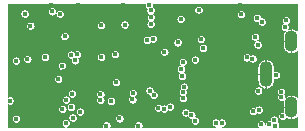
<source format=gbr>
G04 #@! TF.GenerationSoftware,KiCad,Pcbnew,(5.1.5-0-10_14)*
G04 #@! TF.CreationDate,2020-10-31T20:23:47-07:00*
G04 #@! TF.ProjectId,EOGlass2p1,454f476c-6173-4733-9270-312e6b696361,rev?*
G04 #@! TF.SameCoordinates,Original*
G04 #@! TF.FileFunction,Copper,L2,Inr*
G04 #@! TF.FilePolarity,Positive*
%FSLAX46Y46*%
G04 Gerber Fmt 4.6, Leading zero omitted, Abs format (unit mm)*
G04 Created by KiCad (PCBNEW (5.1.5-0-10_14)) date 2020-10-31 20:23:47*
%MOMM*%
%LPD*%
G04 APERTURE LIST*
%ADD10O,1.100000X1.800000*%
%ADD11O,1.100000X2.200000*%
%ADD12C,0.400000*%
%ADD13C,0.102000*%
G04 APERTURE END LIST*
D10*
X136245000Y-76030000D03*
X136245000Y-70430000D03*
D11*
X134095000Y-73230000D03*
D12*
X112940000Y-77030000D03*
X133500000Y-76250000D03*
X127000000Y-73400000D03*
X133000000Y-76400000D03*
X122800000Y-75389909D03*
X124600000Y-75025000D03*
X121001636Y-75523189D03*
X112408869Y-75483333D03*
X128100000Y-72020000D03*
X127060000Y-72220000D03*
X127151206Y-74303000D03*
X127085249Y-75290532D03*
X127063043Y-74798409D03*
X124260000Y-74650000D03*
X122830000Y-74870000D03*
X114720000Y-76970000D03*
X112880000Y-74850000D03*
X113440000Y-74870000D03*
X114260000Y-75300000D03*
X113250000Y-75400000D03*
X114820000Y-75750000D03*
X113930000Y-74820000D03*
X128900000Y-72850000D03*
X113400000Y-71900000D03*
X114650000Y-71850000D03*
X117200000Y-74900000D03*
X116000000Y-76000000D03*
X120900000Y-73900000D03*
X125295990Y-70653000D03*
X116970000Y-72060000D03*
X114730000Y-73600000D03*
X114129616Y-74000384D03*
X132000000Y-70650000D03*
X122406009Y-73900000D03*
X132500000Y-76600000D03*
X121600000Y-74400000D03*
X134100000Y-75040020D03*
X123000000Y-72700000D03*
X114730000Y-73130000D03*
X118562160Y-75955401D03*
X116950000Y-71450000D03*
X123525000Y-74200000D03*
X117050000Y-73000000D03*
X133400000Y-76900000D03*
X131700000Y-72850000D03*
X128850000Y-75600000D03*
X131750000Y-75650000D03*
X131700000Y-74200000D03*
X128900000Y-74200000D03*
X130300000Y-72850000D03*
X130300000Y-75600000D03*
X122930000Y-74250000D03*
X126700000Y-67800000D03*
X124750000Y-73870000D03*
X124862461Y-74597074D03*
X124690000Y-73330000D03*
X135560000Y-71380000D03*
X131010000Y-77460000D03*
X122814848Y-77600000D03*
X124504793Y-76035208D03*
X114300000Y-77600000D03*
X112700000Y-73910000D03*
X122010000Y-67400000D03*
X118160000Y-67400000D03*
X113850000Y-68760000D03*
X113853558Y-69543770D03*
X115940000Y-67400000D03*
X119339026Y-74723197D03*
X112500000Y-71300000D03*
X119600000Y-71800000D03*
X119726974Y-69696249D03*
X128130000Y-70068000D03*
X131950000Y-67400000D03*
X118980000Y-71900000D03*
X126870000Y-70080000D03*
X122677998Y-69070000D03*
X121320000Y-70302002D03*
X124900000Y-75500000D03*
X134800000Y-72126010D03*
X130300000Y-74200000D03*
X117720000Y-75420000D03*
X136520000Y-67870000D03*
X136540000Y-68530000D03*
X132000000Y-68693487D03*
X128130000Y-71489990D03*
X120410000Y-73500020D03*
X123320000Y-70600000D03*
X124202990Y-71757010D03*
X125123760Y-71733990D03*
X112920000Y-68040000D03*
X117030000Y-70560000D03*
X115300000Y-68140000D03*
X117912891Y-68647109D03*
X118160000Y-67890001D03*
X118460000Y-72060000D03*
X124730000Y-72830000D03*
X135750000Y-67700000D03*
X134400000Y-70800000D03*
X133300000Y-69250000D03*
X133750000Y-69500000D03*
X133750000Y-67600000D03*
X133300000Y-68000000D03*
X135500000Y-76800000D03*
X134900000Y-77600000D03*
X133700000Y-77500000D03*
X134400000Y-77500000D03*
X134800000Y-77100000D03*
X125500000Y-76162940D03*
X126000000Y-76000000D03*
X125002553Y-76100334D03*
X135700000Y-69250000D03*
X135800000Y-68700000D03*
X135410000Y-75200000D03*
X135400000Y-74750000D03*
X117600000Y-71600000D03*
X117702003Y-74900000D03*
X117200000Y-75402003D03*
X117063392Y-70059109D03*
X116528649Y-73649436D03*
X112941264Y-72103882D03*
X124190000Y-67400000D03*
X124340000Y-67850000D03*
X114165509Y-69150461D03*
X113672654Y-68124027D03*
X120091625Y-75440000D03*
X120091625Y-74966193D03*
X121320000Y-71570000D03*
X121400456Y-73939363D03*
X116650917Y-68138410D03*
X116000149Y-67940930D03*
X116834173Y-72546763D03*
X132000000Y-68191484D03*
X133750000Y-68800000D03*
X133355436Y-68498931D03*
X124350000Y-68990000D03*
X124360000Y-68450000D03*
X134947000Y-73330000D03*
X133462857Y-74641282D03*
X128400000Y-67800000D03*
X115400000Y-71800000D03*
X128590000Y-70302002D03*
X113910000Y-71990000D03*
X126890000Y-68590000D03*
X122142002Y-69050000D03*
X127800000Y-76700000D03*
X117602621Y-76025639D03*
X127300000Y-76500000D03*
X118360000Y-76418999D03*
X128100000Y-77182990D03*
X117742309Y-76935650D03*
X120600000Y-77600000D03*
X123316851Y-77600000D03*
X121700000Y-77000000D03*
X129854773Y-77353000D03*
X116877142Y-76202131D03*
X130356776Y-77353000D03*
X117160000Y-77375001D03*
X120152387Y-69117613D03*
X118127015Y-71573246D03*
X126629820Y-70560011D03*
X117930000Y-72090000D03*
X120160000Y-71802002D03*
X126918990Y-72810070D03*
X128782643Y-71025873D03*
X132480629Y-71831444D03*
X132971450Y-71936803D03*
X133400000Y-70750000D03*
X133200000Y-70100000D03*
X124550000Y-70250000D03*
X124050000Y-70350000D03*
X125515525Y-71355221D03*
D13*
G36*
X123837000Y-67365233D02*
G01*
X123837000Y-67434767D01*
X123850566Y-67502966D01*
X123877175Y-67567208D01*
X123915807Y-67625024D01*
X123964976Y-67674193D01*
X124016482Y-67708609D01*
X124000566Y-67747034D01*
X123987000Y-67815233D01*
X123987000Y-67884767D01*
X124000566Y-67952966D01*
X124027175Y-68017208D01*
X124065807Y-68075024D01*
X124114976Y-68124193D01*
X124163598Y-68156682D01*
X124134976Y-68175807D01*
X124085807Y-68224976D01*
X124047175Y-68282792D01*
X124020566Y-68347034D01*
X124007000Y-68415233D01*
X124007000Y-68484767D01*
X124020566Y-68552966D01*
X124047175Y-68617208D01*
X124085807Y-68675024D01*
X124125944Y-68715161D01*
X124124976Y-68715807D01*
X124075807Y-68764976D01*
X124037175Y-68822792D01*
X124010566Y-68887034D01*
X123997000Y-68955233D01*
X123997000Y-69024767D01*
X124010566Y-69092966D01*
X124037175Y-69157208D01*
X124075807Y-69215024D01*
X124124976Y-69264193D01*
X124182792Y-69302825D01*
X124247034Y-69329434D01*
X124315233Y-69343000D01*
X124384767Y-69343000D01*
X124452966Y-69329434D01*
X124517208Y-69302825D01*
X124575024Y-69264193D01*
X124623984Y-69215233D01*
X135347000Y-69215233D01*
X135347000Y-69284767D01*
X135360566Y-69352966D01*
X135387175Y-69417208D01*
X135425807Y-69475024D01*
X135474976Y-69524193D01*
X135532792Y-69562825D01*
X135597034Y-69589434D01*
X135665233Y-69603000D01*
X135731451Y-69603000D01*
X135660755Y-69689018D01*
X135595704Y-69810511D01*
X135555605Y-69942361D01*
X135542000Y-70079500D01*
X135542000Y-70429500D01*
X136244500Y-70429500D01*
X136244500Y-69415250D01*
X136134533Y-69385733D01*
X136108342Y-69390410D01*
X136011064Y-69419844D01*
X136012825Y-69417208D01*
X136039434Y-69352966D01*
X136053000Y-69284767D01*
X136053000Y-69215233D01*
X136039434Y-69147034D01*
X136012825Y-69082792D01*
X135974193Y-69024976D01*
X135963555Y-69014338D01*
X135967208Y-69012825D01*
X136025024Y-68974193D01*
X136074193Y-68925024D01*
X136112825Y-68867208D01*
X136139434Y-68802966D01*
X136153000Y-68734767D01*
X136153000Y-68665233D01*
X136139434Y-68597034D01*
X136112825Y-68532792D01*
X136074193Y-68474976D01*
X136025024Y-68425807D01*
X135967208Y-68387175D01*
X135902966Y-68360566D01*
X135834767Y-68347000D01*
X135765233Y-68347000D01*
X135697034Y-68360566D01*
X135632792Y-68387175D01*
X135574976Y-68425807D01*
X135525807Y-68474976D01*
X135487175Y-68532792D01*
X135460566Y-68597034D01*
X135447000Y-68665233D01*
X135447000Y-68734767D01*
X135460566Y-68802966D01*
X135487175Y-68867208D01*
X135525807Y-68925024D01*
X135536445Y-68935662D01*
X135532792Y-68937175D01*
X135474976Y-68975807D01*
X135425807Y-69024976D01*
X135387175Y-69082792D01*
X135360566Y-69147034D01*
X135347000Y-69215233D01*
X124623984Y-69215233D01*
X124624193Y-69215024D01*
X124662825Y-69157208D01*
X124689434Y-69092966D01*
X124703000Y-69024767D01*
X124703000Y-68955233D01*
X124689434Y-68887034D01*
X124662825Y-68822792D01*
X124624193Y-68764976D01*
X124584056Y-68724839D01*
X124585024Y-68724193D01*
X124634193Y-68675024D01*
X124672825Y-68617208D01*
X124698495Y-68555233D01*
X126537000Y-68555233D01*
X126537000Y-68624767D01*
X126550566Y-68692966D01*
X126577175Y-68757208D01*
X126615807Y-68815024D01*
X126664976Y-68864193D01*
X126722792Y-68902825D01*
X126787034Y-68929434D01*
X126855233Y-68943000D01*
X126924767Y-68943000D01*
X126992966Y-68929434D01*
X127057208Y-68902825D01*
X127115024Y-68864193D01*
X127164193Y-68815024D01*
X127202825Y-68757208D01*
X127229434Y-68692966D01*
X127243000Y-68624767D01*
X127243000Y-68555233D01*
X127229434Y-68487034D01*
X127202825Y-68422792D01*
X127164193Y-68364976D01*
X127115024Y-68315807D01*
X127057208Y-68277175D01*
X126992966Y-68250566D01*
X126924767Y-68237000D01*
X126855233Y-68237000D01*
X126787034Y-68250566D01*
X126722792Y-68277175D01*
X126664976Y-68315807D01*
X126615807Y-68364976D01*
X126577175Y-68422792D01*
X126550566Y-68487034D01*
X126537000Y-68555233D01*
X124698495Y-68555233D01*
X124699434Y-68552966D01*
X124713000Y-68484767D01*
X124713000Y-68415233D01*
X124699434Y-68347034D01*
X124672825Y-68282792D01*
X124634193Y-68224976D01*
X124585024Y-68175807D01*
X124556455Y-68156717D01*
X131647000Y-68156717D01*
X131647000Y-68226251D01*
X131660566Y-68294450D01*
X131687175Y-68358692D01*
X131725807Y-68416508D01*
X131774976Y-68465677D01*
X131832792Y-68504309D01*
X131897034Y-68530918D01*
X131965233Y-68544484D01*
X132034767Y-68544484D01*
X132102966Y-68530918D01*
X132167208Y-68504309D01*
X132225024Y-68465677D01*
X132226537Y-68464164D01*
X133002436Y-68464164D01*
X133002436Y-68533698D01*
X133016002Y-68601897D01*
X133042611Y-68666139D01*
X133081243Y-68723955D01*
X133130412Y-68773124D01*
X133188228Y-68811756D01*
X133252470Y-68838365D01*
X133320669Y-68851931D01*
X133390203Y-68851931D01*
X133400026Y-68849977D01*
X133410566Y-68902966D01*
X133437175Y-68967208D01*
X133475807Y-69025024D01*
X133524976Y-69074193D01*
X133582792Y-69112825D01*
X133647034Y-69139434D01*
X133715233Y-69153000D01*
X133784767Y-69153000D01*
X133852966Y-69139434D01*
X133917208Y-69112825D01*
X133975024Y-69074193D01*
X134024193Y-69025024D01*
X134062825Y-68967208D01*
X134089434Y-68902966D01*
X134103000Y-68834767D01*
X134103000Y-68765233D01*
X134089434Y-68697034D01*
X134062825Y-68632792D01*
X134024193Y-68574976D01*
X133975024Y-68525807D01*
X133917208Y-68487175D01*
X133852966Y-68460566D01*
X133784767Y-68447000D01*
X133715233Y-68447000D01*
X133705410Y-68448954D01*
X133694870Y-68395965D01*
X133668261Y-68331723D01*
X133629629Y-68273907D01*
X133580460Y-68224738D01*
X133522644Y-68186106D01*
X133458402Y-68159497D01*
X133390203Y-68145931D01*
X133320669Y-68145931D01*
X133252470Y-68159497D01*
X133188228Y-68186106D01*
X133130412Y-68224738D01*
X133081243Y-68273907D01*
X133042611Y-68331723D01*
X133016002Y-68395965D01*
X133002436Y-68464164D01*
X132226537Y-68464164D01*
X132274193Y-68416508D01*
X132312825Y-68358692D01*
X132339434Y-68294450D01*
X132353000Y-68226251D01*
X132353000Y-68156717D01*
X132339434Y-68088518D01*
X132312825Y-68024276D01*
X132274193Y-67966460D01*
X132225024Y-67917291D01*
X132167208Y-67878659D01*
X132102966Y-67852050D01*
X132034767Y-67838484D01*
X131965233Y-67838484D01*
X131897034Y-67852050D01*
X131832792Y-67878659D01*
X131774976Y-67917291D01*
X131725807Y-67966460D01*
X131687175Y-68024276D01*
X131660566Y-68088518D01*
X131647000Y-68156717D01*
X124556455Y-68156717D01*
X124536402Y-68143318D01*
X124565024Y-68124193D01*
X124614193Y-68075024D01*
X124652825Y-68017208D01*
X124679434Y-67952966D01*
X124693000Y-67884767D01*
X124693000Y-67815233D01*
X124683055Y-67765233D01*
X128047000Y-67765233D01*
X128047000Y-67834767D01*
X128060566Y-67902966D01*
X128087175Y-67967208D01*
X128125807Y-68025024D01*
X128174976Y-68074193D01*
X128232792Y-68112825D01*
X128297034Y-68139434D01*
X128365233Y-68153000D01*
X128434767Y-68153000D01*
X128502966Y-68139434D01*
X128567208Y-68112825D01*
X128625024Y-68074193D01*
X128674193Y-68025024D01*
X128712825Y-67967208D01*
X128739434Y-67902966D01*
X128753000Y-67834767D01*
X128753000Y-67765233D01*
X128739434Y-67697034D01*
X128712825Y-67632792D01*
X128674193Y-67574976D01*
X128625024Y-67525807D01*
X128567208Y-67487175D01*
X128502966Y-67460566D01*
X128434767Y-67447000D01*
X128365233Y-67447000D01*
X128297034Y-67460566D01*
X128232792Y-67487175D01*
X128174976Y-67525807D01*
X128125807Y-67574976D01*
X128087175Y-67632792D01*
X128060566Y-67697034D01*
X128047000Y-67765233D01*
X124683055Y-67765233D01*
X124679434Y-67747034D01*
X124652825Y-67682792D01*
X124614193Y-67624976D01*
X124565024Y-67575807D01*
X124513518Y-67541391D01*
X124529434Y-67502966D01*
X124543000Y-67434767D01*
X124543000Y-67365233D01*
X124530223Y-67301000D01*
X136699000Y-67301000D01*
X136699000Y-69547523D01*
X136635150Y-69495199D01*
X136513564Y-69430321D01*
X136381658Y-69390410D01*
X136355467Y-69385733D01*
X136245500Y-69415250D01*
X136245500Y-70429500D01*
X136265500Y-70429500D01*
X136265500Y-70430500D01*
X136245500Y-70430500D01*
X136245500Y-71444750D01*
X136355467Y-71474267D01*
X136381658Y-71469590D01*
X136513564Y-71429679D01*
X136635150Y-71364801D01*
X136699000Y-71312477D01*
X136699000Y-75147523D01*
X136635150Y-75095199D01*
X136513564Y-75030321D01*
X136381658Y-74990410D01*
X136355467Y-74985733D01*
X136245500Y-75015250D01*
X136245500Y-76029500D01*
X136265500Y-76029500D01*
X136265500Y-76030500D01*
X136245500Y-76030500D01*
X136245500Y-77044750D01*
X136355467Y-77074267D01*
X136381658Y-77069590D01*
X136513564Y-77029679D01*
X136635150Y-76964801D01*
X136699000Y-76912477D01*
X136699000Y-77699000D01*
X135240223Y-77699000D01*
X135253000Y-77634767D01*
X135253000Y-77565233D01*
X135239434Y-77497034D01*
X135212825Y-77432792D01*
X135174193Y-77374976D01*
X135125024Y-77325807D01*
X135089521Y-77302084D01*
X135112825Y-77267208D01*
X135139434Y-77202966D01*
X135153000Y-77134767D01*
X135153000Y-77065233D01*
X135139434Y-76997034D01*
X135112825Y-76932792D01*
X135074193Y-76874976D01*
X135025024Y-76825807D01*
X134967208Y-76787175D01*
X134914234Y-76765233D01*
X135147000Y-76765233D01*
X135147000Y-76834767D01*
X135160566Y-76902966D01*
X135187175Y-76967208D01*
X135225807Y-77025024D01*
X135274976Y-77074193D01*
X135332792Y-77112825D01*
X135397034Y-77139434D01*
X135465233Y-77153000D01*
X135534767Y-77153000D01*
X135602966Y-77139434D01*
X135667208Y-77112825D01*
X135725024Y-77074193D01*
X135774193Y-77025024D01*
X135812825Y-76967208D01*
X135824219Y-76939699D01*
X135854850Y-76964801D01*
X135976436Y-77029679D01*
X136108342Y-77069590D01*
X136134533Y-77074267D01*
X136244500Y-77044750D01*
X136244500Y-76030500D01*
X135542000Y-76030500D01*
X135542000Y-76380500D01*
X135548876Y-76449806D01*
X135534767Y-76447000D01*
X135465233Y-76447000D01*
X135397034Y-76460566D01*
X135332792Y-76487175D01*
X135274976Y-76525807D01*
X135225807Y-76574976D01*
X135187175Y-76632792D01*
X135160566Y-76697034D01*
X135147000Y-76765233D01*
X134914234Y-76765233D01*
X134902966Y-76760566D01*
X134834767Y-76747000D01*
X134765233Y-76747000D01*
X134697034Y-76760566D01*
X134632792Y-76787175D01*
X134574976Y-76825807D01*
X134525807Y-76874976D01*
X134487175Y-76932792D01*
X134460566Y-76997034D01*
X134447000Y-77065233D01*
X134447000Y-77134767D01*
X134450038Y-77150038D01*
X134434767Y-77147000D01*
X134365233Y-77147000D01*
X134297034Y-77160566D01*
X134232792Y-77187175D01*
X134174976Y-77225807D01*
X134125807Y-77274976D01*
X134087175Y-77332792D01*
X134060566Y-77397034D01*
X134050000Y-77450151D01*
X134039434Y-77397034D01*
X134012825Y-77332792D01*
X133974193Y-77274976D01*
X133925024Y-77225807D01*
X133867208Y-77187175D01*
X133802966Y-77160566D01*
X133734767Y-77147000D01*
X133665233Y-77147000D01*
X133597034Y-77160566D01*
X133532792Y-77187175D01*
X133474976Y-77225807D01*
X133425807Y-77274976D01*
X133387175Y-77332792D01*
X133360566Y-77397034D01*
X133347000Y-77465233D01*
X133347000Y-77534767D01*
X133360566Y-77602966D01*
X133387175Y-77667208D01*
X133408418Y-77699000D01*
X130426733Y-77699000D01*
X130459742Y-77692434D01*
X130523984Y-77665825D01*
X130581800Y-77627193D01*
X130630969Y-77578024D01*
X130669601Y-77520208D01*
X130696210Y-77455966D01*
X130709776Y-77387767D01*
X130709776Y-77318233D01*
X130696210Y-77250034D01*
X130669601Y-77185792D01*
X130630969Y-77127976D01*
X130581800Y-77078807D01*
X130523984Y-77040175D01*
X130459742Y-77013566D01*
X130391543Y-77000000D01*
X130322009Y-77000000D01*
X130253810Y-77013566D01*
X130189568Y-77040175D01*
X130131752Y-77078807D01*
X130105775Y-77104785D01*
X130079797Y-77078807D01*
X130021981Y-77040175D01*
X129957739Y-77013566D01*
X129889540Y-77000000D01*
X129820006Y-77000000D01*
X129751807Y-77013566D01*
X129687565Y-77040175D01*
X129629749Y-77078807D01*
X129580580Y-77127976D01*
X129541948Y-77185792D01*
X129515339Y-77250034D01*
X129501773Y-77318233D01*
X129501773Y-77387767D01*
X129515339Y-77455966D01*
X129541948Y-77520208D01*
X129580580Y-77578024D01*
X129629749Y-77627193D01*
X129687565Y-77665825D01*
X129751807Y-77692434D01*
X129784816Y-77699000D01*
X123657074Y-77699000D01*
X123669851Y-77634767D01*
X123669851Y-77565233D01*
X123656285Y-77497034D01*
X123629676Y-77432792D01*
X123591044Y-77374976D01*
X123541875Y-77325807D01*
X123484059Y-77287175D01*
X123419817Y-77260566D01*
X123351618Y-77247000D01*
X123282084Y-77247000D01*
X123213885Y-77260566D01*
X123149643Y-77287175D01*
X123091827Y-77325807D01*
X123042658Y-77374976D01*
X123004026Y-77432792D01*
X122977417Y-77497034D01*
X122963851Y-77565233D01*
X122963851Y-77634767D01*
X122976628Y-77699000D01*
X120940223Y-77699000D01*
X120953000Y-77634767D01*
X120953000Y-77565233D01*
X120939434Y-77497034D01*
X120912825Y-77432792D01*
X120874193Y-77374976D01*
X120825024Y-77325807D01*
X120767208Y-77287175D01*
X120702966Y-77260566D01*
X120634767Y-77247000D01*
X120565233Y-77247000D01*
X120497034Y-77260566D01*
X120432792Y-77287175D01*
X120374976Y-77325807D01*
X120325807Y-77374976D01*
X120287175Y-77432792D01*
X120260566Y-77497034D01*
X120247000Y-77565233D01*
X120247000Y-77634767D01*
X120259777Y-77699000D01*
X117300231Y-77699000D01*
X117327208Y-77687826D01*
X117385024Y-77649194D01*
X117434193Y-77600025D01*
X117472825Y-77542209D01*
X117499434Y-77477967D01*
X117513000Y-77409768D01*
X117513000Y-77340234D01*
X117499434Y-77272035D01*
X117472825Y-77207793D01*
X117434193Y-77149977D01*
X117385024Y-77100808D01*
X117327208Y-77062176D01*
X117262966Y-77035567D01*
X117194767Y-77022001D01*
X117125233Y-77022001D01*
X117057034Y-77035567D01*
X116992792Y-77062176D01*
X116934976Y-77100808D01*
X116885807Y-77149977D01*
X116847175Y-77207793D01*
X116820566Y-77272035D01*
X116807000Y-77340234D01*
X116807000Y-77409768D01*
X116820566Y-77477967D01*
X116847175Y-77542209D01*
X116885807Y-77600025D01*
X116934976Y-77649194D01*
X116992792Y-77687826D01*
X117019769Y-77699000D01*
X112301000Y-77699000D01*
X112301000Y-76995233D01*
X112587000Y-76995233D01*
X112587000Y-77064767D01*
X112600566Y-77132966D01*
X112627175Y-77197208D01*
X112665807Y-77255024D01*
X112714976Y-77304193D01*
X112772792Y-77342825D01*
X112837034Y-77369434D01*
X112905233Y-77383000D01*
X112974767Y-77383000D01*
X113042966Y-77369434D01*
X113107208Y-77342825D01*
X113165024Y-77304193D01*
X113214193Y-77255024D01*
X113252825Y-77197208D01*
X113279434Y-77132966D01*
X113293000Y-77064767D01*
X113293000Y-76995233D01*
X113279434Y-76927034D01*
X113268603Y-76900883D01*
X117389309Y-76900883D01*
X117389309Y-76970417D01*
X117402875Y-77038616D01*
X117429484Y-77102858D01*
X117468116Y-77160674D01*
X117517285Y-77209843D01*
X117575101Y-77248475D01*
X117639343Y-77275084D01*
X117707542Y-77288650D01*
X117777076Y-77288650D01*
X117845275Y-77275084D01*
X117909517Y-77248475D01*
X117967333Y-77209843D01*
X118016502Y-77160674D01*
X118055134Y-77102858D01*
X118081743Y-77038616D01*
X118095309Y-76970417D01*
X118095309Y-76965233D01*
X121347000Y-76965233D01*
X121347000Y-77034767D01*
X121360566Y-77102966D01*
X121387175Y-77167208D01*
X121425807Y-77225024D01*
X121474976Y-77274193D01*
X121532792Y-77312825D01*
X121597034Y-77339434D01*
X121665233Y-77353000D01*
X121734767Y-77353000D01*
X121802966Y-77339434D01*
X121867208Y-77312825D01*
X121925024Y-77274193D01*
X121974193Y-77225024D01*
X122012825Y-77167208D01*
X122039434Y-77102966D01*
X122053000Y-77034767D01*
X122053000Y-76965233D01*
X122039434Y-76897034D01*
X122012825Y-76832792D01*
X121974193Y-76774976D01*
X121925024Y-76725807D01*
X121867208Y-76687175D01*
X121802966Y-76660566D01*
X121734767Y-76647000D01*
X121665233Y-76647000D01*
X121597034Y-76660566D01*
X121532792Y-76687175D01*
X121474976Y-76725807D01*
X121425807Y-76774976D01*
X121387175Y-76832792D01*
X121360566Y-76897034D01*
X121347000Y-76965233D01*
X118095309Y-76965233D01*
X118095309Y-76900883D01*
X118081743Y-76832684D01*
X118055134Y-76768442D01*
X118016502Y-76710626D01*
X117967333Y-76661457D01*
X117909517Y-76622825D01*
X117845275Y-76596216D01*
X117777076Y-76582650D01*
X117707542Y-76582650D01*
X117639343Y-76596216D01*
X117575101Y-76622825D01*
X117517285Y-76661457D01*
X117468116Y-76710626D01*
X117429484Y-76768442D01*
X117402875Y-76832684D01*
X117389309Y-76900883D01*
X113268603Y-76900883D01*
X113252825Y-76862792D01*
X113214193Y-76804976D01*
X113165024Y-76755807D01*
X113107208Y-76717175D01*
X113042966Y-76690566D01*
X112974767Y-76677000D01*
X112905233Y-76677000D01*
X112837034Y-76690566D01*
X112772792Y-76717175D01*
X112714976Y-76755807D01*
X112665807Y-76804976D01*
X112627175Y-76862792D01*
X112600566Y-76927034D01*
X112587000Y-76995233D01*
X112301000Y-76995233D01*
X112301000Y-76167364D01*
X116524142Y-76167364D01*
X116524142Y-76236898D01*
X116537708Y-76305097D01*
X116564317Y-76369339D01*
X116602949Y-76427155D01*
X116652118Y-76476324D01*
X116709934Y-76514956D01*
X116774176Y-76541565D01*
X116842375Y-76555131D01*
X116911909Y-76555131D01*
X116980108Y-76541565D01*
X117044350Y-76514956D01*
X117102166Y-76476324D01*
X117151335Y-76427155D01*
X117180015Y-76384232D01*
X118007000Y-76384232D01*
X118007000Y-76453766D01*
X118020566Y-76521965D01*
X118047175Y-76586207D01*
X118085807Y-76644023D01*
X118134976Y-76693192D01*
X118192792Y-76731824D01*
X118257034Y-76758433D01*
X118325233Y-76771999D01*
X118394767Y-76771999D01*
X118462966Y-76758433D01*
X118527208Y-76731824D01*
X118585024Y-76693192D01*
X118634193Y-76644023D01*
X118672825Y-76586207D01*
X118699434Y-76521965D01*
X118713000Y-76453766D01*
X118713000Y-76384232D01*
X118699434Y-76316033D01*
X118672825Y-76251791D01*
X118634193Y-76193975D01*
X118585024Y-76144806D01*
X118527208Y-76106174D01*
X118462966Y-76079565D01*
X118394767Y-76065999D01*
X118325233Y-76065999D01*
X118257034Y-76079565D01*
X118192792Y-76106174D01*
X118134976Y-76144806D01*
X118085807Y-76193975D01*
X118047175Y-76251791D01*
X118020566Y-76316033D01*
X118007000Y-76384232D01*
X117180015Y-76384232D01*
X117189967Y-76369339D01*
X117216576Y-76305097D01*
X117230142Y-76236898D01*
X117230142Y-76167364D01*
X117216576Y-76099165D01*
X117189967Y-76034923D01*
X117160533Y-75990872D01*
X117249621Y-75990872D01*
X117249621Y-76060406D01*
X117263187Y-76128605D01*
X117289796Y-76192847D01*
X117328428Y-76250663D01*
X117377597Y-76299832D01*
X117435413Y-76338464D01*
X117499655Y-76365073D01*
X117567854Y-76378639D01*
X117637388Y-76378639D01*
X117705587Y-76365073D01*
X117769829Y-76338464D01*
X117827645Y-76299832D01*
X117876814Y-76250663D01*
X117915446Y-76192847D01*
X117942055Y-76128605D01*
X117954594Y-76065567D01*
X124649553Y-76065567D01*
X124649553Y-76135101D01*
X124663119Y-76203300D01*
X124689728Y-76267542D01*
X124728360Y-76325358D01*
X124777529Y-76374527D01*
X124835345Y-76413159D01*
X124899587Y-76439768D01*
X124967786Y-76453334D01*
X125037320Y-76453334D01*
X125105519Y-76439768D01*
X125169761Y-76413159D01*
X125220146Y-76379492D01*
X125225807Y-76387964D01*
X125274976Y-76437133D01*
X125332792Y-76475765D01*
X125397034Y-76502374D01*
X125465233Y-76515940D01*
X125534767Y-76515940D01*
X125602966Y-76502374D01*
X125667208Y-76475765D01*
X125682970Y-76465233D01*
X126947000Y-76465233D01*
X126947000Y-76534767D01*
X126960566Y-76602966D01*
X126987175Y-76667208D01*
X127025807Y-76725024D01*
X127074976Y-76774193D01*
X127132792Y-76812825D01*
X127197034Y-76839434D01*
X127265233Y-76853000D01*
X127334767Y-76853000D01*
X127402966Y-76839434D01*
X127465024Y-76813730D01*
X127487175Y-76867208D01*
X127525807Y-76925024D01*
X127574976Y-76974193D01*
X127632792Y-77012825D01*
X127697034Y-77039434D01*
X127765233Y-77053000D01*
X127771759Y-77053000D01*
X127760566Y-77080024D01*
X127747000Y-77148223D01*
X127747000Y-77217757D01*
X127760566Y-77285956D01*
X127787175Y-77350198D01*
X127825807Y-77408014D01*
X127874976Y-77457183D01*
X127932792Y-77495815D01*
X127997034Y-77522424D01*
X128065233Y-77535990D01*
X128134767Y-77535990D01*
X128202966Y-77522424D01*
X128267208Y-77495815D01*
X128325024Y-77457183D01*
X128374193Y-77408014D01*
X128412825Y-77350198D01*
X128439434Y-77285956D01*
X128453000Y-77217757D01*
X128453000Y-77148223D01*
X128439434Y-77080024D01*
X128412825Y-77015782D01*
X128374193Y-76957966D01*
X128325024Y-76908797D01*
X128267208Y-76870165D01*
X128202966Y-76843556D01*
X128134767Y-76829990D01*
X128128241Y-76829990D01*
X128139434Y-76802966D01*
X128153000Y-76734767D01*
X128153000Y-76665233D01*
X128139434Y-76597034D01*
X128112825Y-76532792D01*
X128074193Y-76474976D01*
X128025024Y-76425807D01*
X127967208Y-76387175D01*
X127914234Y-76365233D01*
X132647000Y-76365233D01*
X132647000Y-76434767D01*
X132660566Y-76502966D01*
X132687175Y-76567208D01*
X132725807Y-76625024D01*
X132774976Y-76674193D01*
X132832792Y-76712825D01*
X132897034Y-76739434D01*
X132965233Y-76753000D01*
X133034767Y-76753000D01*
X133102966Y-76739434D01*
X133167208Y-76712825D01*
X133225024Y-76674193D01*
X133274193Y-76625024D01*
X133312825Y-76567208D01*
X133318575Y-76553325D01*
X133332792Y-76562825D01*
X133397034Y-76589434D01*
X133465233Y-76603000D01*
X133534767Y-76603000D01*
X133602966Y-76589434D01*
X133667208Y-76562825D01*
X133725024Y-76524193D01*
X133774193Y-76475024D01*
X133812825Y-76417208D01*
X133839434Y-76352966D01*
X133853000Y-76284767D01*
X133853000Y-76215233D01*
X133839434Y-76147034D01*
X133812825Y-76082792D01*
X133774193Y-76024976D01*
X133725024Y-75975807D01*
X133667208Y-75937175D01*
X133602966Y-75910566D01*
X133534767Y-75897000D01*
X133465233Y-75897000D01*
X133397034Y-75910566D01*
X133332792Y-75937175D01*
X133274976Y-75975807D01*
X133225807Y-76024976D01*
X133187175Y-76082792D01*
X133181425Y-76096675D01*
X133167208Y-76087175D01*
X133102966Y-76060566D01*
X133034767Y-76047000D01*
X132965233Y-76047000D01*
X132897034Y-76060566D01*
X132832792Y-76087175D01*
X132774976Y-76125807D01*
X132725807Y-76174976D01*
X132687175Y-76232792D01*
X132660566Y-76297034D01*
X132647000Y-76365233D01*
X127914234Y-76365233D01*
X127902966Y-76360566D01*
X127834767Y-76347000D01*
X127765233Y-76347000D01*
X127697034Y-76360566D01*
X127634976Y-76386270D01*
X127612825Y-76332792D01*
X127574193Y-76274976D01*
X127525024Y-76225807D01*
X127467208Y-76187175D01*
X127402966Y-76160566D01*
X127334767Y-76147000D01*
X127265233Y-76147000D01*
X127197034Y-76160566D01*
X127132792Y-76187175D01*
X127074976Y-76225807D01*
X127025807Y-76274976D01*
X126987175Y-76332792D01*
X126960566Y-76397034D01*
X126947000Y-76465233D01*
X125682970Y-76465233D01*
X125725024Y-76437133D01*
X125774193Y-76387964D01*
X125812825Y-76330148D01*
X125822773Y-76306130D01*
X125832792Y-76312825D01*
X125897034Y-76339434D01*
X125965233Y-76353000D01*
X126034767Y-76353000D01*
X126102966Y-76339434D01*
X126167208Y-76312825D01*
X126225024Y-76274193D01*
X126274193Y-76225024D01*
X126312825Y-76167208D01*
X126339434Y-76102966D01*
X126353000Y-76034767D01*
X126353000Y-75965233D01*
X126339434Y-75897034D01*
X126312825Y-75832792D01*
X126274193Y-75774976D01*
X126225024Y-75725807D01*
X126167208Y-75687175D01*
X126102966Y-75660566D01*
X126034767Y-75647000D01*
X125965233Y-75647000D01*
X125897034Y-75660566D01*
X125832792Y-75687175D01*
X125774976Y-75725807D01*
X125725807Y-75774976D01*
X125687175Y-75832792D01*
X125677227Y-75856810D01*
X125667208Y-75850115D01*
X125602966Y-75823506D01*
X125534767Y-75809940D01*
X125465233Y-75809940D01*
X125397034Y-75823506D01*
X125332792Y-75850115D01*
X125282407Y-75883782D01*
X125276746Y-75875310D01*
X125227577Y-75826141D01*
X125169761Y-75787509D01*
X125105519Y-75760900D01*
X125037320Y-75747334D01*
X124967786Y-75747334D01*
X124899587Y-75760900D01*
X124835345Y-75787509D01*
X124777529Y-75826141D01*
X124728360Y-75875310D01*
X124689728Y-75933126D01*
X124663119Y-75997368D01*
X124649553Y-76065567D01*
X117954594Y-76065567D01*
X117955621Y-76060406D01*
X117955621Y-75990872D01*
X117942055Y-75922673D01*
X117915446Y-75858431D01*
X117876814Y-75800615D01*
X117827645Y-75751446D01*
X117769829Y-75712814D01*
X117705587Y-75686205D01*
X117637388Y-75672639D01*
X117567854Y-75672639D01*
X117499655Y-75686205D01*
X117435413Y-75712814D01*
X117377597Y-75751446D01*
X117328428Y-75800615D01*
X117289796Y-75858431D01*
X117263187Y-75922673D01*
X117249621Y-75990872D01*
X117160533Y-75990872D01*
X117151335Y-75977107D01*
X117102166Y-75927938D01*
X117044350Y-75889306D01*
X116980108Y-75862697D01*
X116911909Y-75849131D01*
X116842375Y-75849131D01*
X116774176Y-75862697D01*
X116709934Y-75889306D01*
X116652118Y-75927938D01*
X116602949Y-75977107D01*
X116564317Y-76034923D01*
X116537708Y-76099165D01*
X116524142Y-76167364D01*
X112301000Y-76167364D01*
X112301000Y-75820736D01*
X112305903Y-75822767D01*
X112374102Y-75836333D01*
X112443636Y-75836333D01*
X112511835Y-75822767D01*
X112576077Y-75796158D01*
X112633893Y-75757526D01*
X112683062Y-75708357D01*
X112721694Y-75650541D01*
X112748303Y-75586299D01*
X112761869Y-75518100D01*
X112761869Y-75448566D01*
X112748303Y-75380367D01*
X112742865Y-75367236D01*
X116847000Y-75367236D01*
X116847000Y-75436770D01*
X116860566Y-75504969D01*
X116887175Y-75569211D01*
X116925807Y-75627027D01*
X116974976Y-75676196D01*
X117032792Y-75714828D01*
X117097034Y-75741437D01*
X117165233Y-75755003D01*
X117234767Y-75755003D01*
X117302966Y-75741437D01*
X117367208Y-75714828D01*
X117425024Y-75676196D01*
X117474193Y-75627027D01*
X117512825Y-75569211D01*
X117539434Y-75504969D01*
X117553000Y-75436770D01*
X117553000Y-75367236D01*
X117539434Y-75299037D01*
X117512825Y-75234795D01*
X117474193Y-75176979D01*
X117425024Y-75127810D01*
X117367208Y-75089178D01*
X117302966Y-75062569D01*
X117234767Y-75049003D01*
X117165233Y-75049003D01*
X117097034Y-75062569D01*
X117032792Y-75089178D01*
X116974976Y-75127810D01*
X116925807Y-75176979D01*
X116887175Y-75234795D01*
X116860566Y-75299037D01*
X116847000Y-75367236D01*
X112742865Y-75367236D01*
X112721694Y-75316125D01*
X112683062Y-75258309D01*
X112633893Y-75209140D01*
X112576077Y-75170508D01*
X112511835Y-75143899D01*
X112443636Y-75130333D01*
X112374102Y-75130333D01*
X112305903Y-75143899D01*
X112301000Y-75145930D01*
X112301000Y-74865233D01*
X117349003Y-74865233D01*
X117349003Y-74934767D01*
X117362569Y-75002966D01*
X117389178Y-75067208D01*
X117427810Y-75125024D01*
X117476979Y-75174193D01*
X117534795Y-75212825D01*
X117599037Y-75239434D01*
X117667236Y-75253000D01*
X117736770Y-75253000D01*
X117804969Y-75239434D01*
X117869211Y-75212825D01*
X117927027Y-75174193D01*
X117976196Y-75125024D01*
X118014828Y-75067208D01*
X118041437Y-75002966D01*
X118055003Y-74934767D01*
X118055003Y-74931426D01*
X119738625Y-74931426D01*
X119738625Y-75000960D01*
X119752191Y-75069159D01*
X119778800Y-75133401D01*
X119817432Y-75191217D01*
X119829312Y-75203097D01*
X119817432Y-75214976D01*
X119778800Y-75272792D01*
X119752191Y-75337034D01*
X119738625Y-75405233D01*
X119738625Y-75474767D01*
X119752191Y-75542966D01*
X119778800Y-75607208D01*
X119817432Y-75665024D01*
X119866601Y-75714193D01*
X119924417Y-75752825D01*
X119988659Y-75779434D01*
X120056858Y-75793000D01*
X120126392Y-75793000D01*
X120194591Y-75779434D01*
X120258833Y-75752825D01*
X120316649Y-75714193D01*
X120365818Y-75665024D01*
X120404450Y-75607208D01*
X120431059Y-75542966D01*
X120441908Y-75488422D01*
X120648636Y-75488422D01*
X120648636Y-75557956D01*
X120662202Y-75626155D01*
X120688811Y-75690397D01*
X120727443Y-75748213D01*
X120776612Y-75797382D01*
X120834428Y-75836014D01*
X120898670Y-75862623D01*
X120966869Y-75876189D01*
X121036403Y-75876189D01*
X121104602Y-75862623D01*
X121168844Y-75836014D01*
X121226660Y-75797382D01*
X121275829Y-75748213D01*
X121314461Y-75690397D01*
X121341070Y-75626155D01*
X121354636Y-75557956D01*
X121354636Y-75488422D01*
X121341070Y-75420223D01*
X121314461Y-75355981D01*
X121313901Y-75355142D01*
X122447000Y-75355142D01*
X122447000Y-75424676D01*
X122460566Y-75492875D01*
X122487175Y-75557117D01*
X122525807Y-75614933D01*
X122574976Y-75664102D01*
X122632792Y-75702734D01*
X122697034Y-75729343D01*
X122765233Y-75742909D01*
X122834767Y-75742909D01*
X122902966Y-75729343D01*
X122967208Y-75702734D01*
X123025024Y-75664102D01*
X123074193Y-75614933D01*
X123112825Y-75557117D01*
X123139434Y-75492875D01*
X123153000Y-75424676D01*
X123153000Y-75355142D01*
X123139434Y-75286943D01*
X123112825Y-75222701D01*
X123074193Y-75164885D01*
X123054111Y-75144803D01*
X123055024Y-75144193D01*
X123104193Y-75095024D01*
X123142825Y-75037208D01*
X123169434Y-74972966D01*
X123183000Y-74904767D01*
X123183000Y-74835233D01*
X123169434Y-74767034D01*
X123142825Y-74702792D01*
X123104193Y-74644976D01*
X123074450Y-74615233D01*
X123907000Y-74615233D01*
X123907000Y-74684767D01*
X123920566Y-74752966D01*
X123947175Y-74817208D01*
X123985807Y-74875024D01*
X124034976Y-74924193D01*
X124092792Y-74962825D01*
X124157034Y-74989434D01*
X124225233Y-75003000D01*
X124247000Y-75003000D01*
X124247000Y-75059767D01*
X124260566Y-75127966D01*
X124287175Y-75192208D01*
X124325807Y-75250024D01*
X124374976Y-75299193D01*
X124432792Y-75337825D01*
X124497034Y-75364434D01*
X124565233Y-75378000D01*
X124634767Y-75378000D01*
X124702966Y-75364434D01*
X124767208Y-75337825D01*
X124825024Y-75299193D01*
X124874193Y-75250024D01*
X124912825Y-75192208D01*
X124939434Y-75127966D01*
X124953000Y-75059767D01*
X124953000Y-74990233D01*
X124939434Y-74922034D01*
X124912825Y-74857792D01*
X124874193Y-74799976D01*
X124837859Y-74763642D01*
X126710043Y-74763642D01*
X126710043Y-74833176D01*
X126723609Y-74901375D01*
X126750218Y-74965617D01*
X126788850Y-75023433D01*
X126820991Y-75055574D01*
X126811056Y-75065508D01*
X126772424Y-75123324D01*
X126745815Y-75187566D01*
X126732249Y-75255765D01*
X126732249Y-75325299D01*
X126745815Y-75393498D01*
X126772424Y-75457740D01*
X126811056Y-75515556D01*
X126860225Y-75564725D01*
X126918041Y-75603357D01*
X126982283Y-75629966D01*
X127050482Y-75643532D01*
X127120016Y-75643532D01*
X127188215Y-75629966D01*
X127252457Y-75603357D01*
X127310273Y-75564725D01*
X127359442Y-75515556D01*
X127398074Y-75457740D01*
X127424683Y-75393498D01*
X127438249Y-75325299D01*
X127438249Y-75255765D01*
X127424683Y-75187566D01*
X127398074Y-75123324D01*
X127359442Y-75065508D01*
X127327302Y-75033368D01*
X127337236Y-75023433D01*
X127375868Y-74965617D01*
X127402477Y-74901375D01*
X127416043Y-74833176D01*
X127416043Y-74763642D01*
X127402477Y-74695443D01*
X127375868Y-74631201D01*
X127359373Y-74606515D01*
X133109857Y-74606515D01*
X133109857Y-74676049D01*
X133123423Y-74744248D01*
X133150032Y-74808490D01*
X133188664Y-74866306D01*
X133237833Y-74915475D01*
X133295649Y-74954107D01*
X133359891Y-74980716D01*
X133428090Y-74994282D01*
X133497624Y-74994282D01*
X133565823Y-74980716D01*
X133630065Y-74954107D01*
X133687881Y-74915475D01*
X133737050Y-74866306D01*
X133775682Y-74808490D01*
X133802291Y-74744248D01*
X133808062Y-74715233D01*
X135047000Y-74715233D01*
X135047000Y-74784767D01*
X135060566Y-74852966D01*
X135087175Y-74917208D01*
X135125807Y-74975024D01*
X135131782Y-74980999D01*
X135097175Y-75032792D01*
X135070566Y-75097034D01*
X135057000Y-75165233D01*
X135057000Y-75234767D01*
X135070566Y-75302966D01*
X135097175Y-75367208D01*
X135135807Y-75425024D01*
X135184976Y-75474193D01*
X135242792Y-75512825D01*
X135307034Y-75539434D01*
X135375233Y-75553000D01*
X135444767Y-75553000D01*
X135512966Y-75539434D01*
X135562769Y-75518806D01*
X135555605Y-75542361D01*
X135542000Y-75679500D01*
X135542000Y-76029500D01*
X136244500Y-76029500D01*
X136244500Y-75015250D01*
X136134533Y-74985733D01*
X136108342Y-74990410D01*
X135976436Y-75030321D01*
X135854850Y-75095199D01*
X135763000Y-75170469D01*
X135763000Y-75165233D01*
X135749434Y-75097034D01*
X135722825Y-75032792D01*
X135684193Y-74974976D01*
X135678218Y-74969001D01*
X135712825Y-74917208D01*
X135739434Y-74852966D01*
X135753000Y-74784767D01*
X135753000Y-74715233D01*
X135739434Y-74647034D01*
X135712825Y-74582792D01*
X135674193Y-74524976D01*
X135625024Y-74475807D01*
X135567208Y-74437175D01*
X135502966Y-74410566D01*
X135434767Y-74397000D01*
X135365233Y-74397000D01*
X135297034Y-74410566D01*
X135232792Y-74437175D01*
X135174976Y-74475807D01*
X135125807Y-74524976D01*
X135087175Y-74582792D01*
X135060566Y-74647034D01*
X135047000Y-74715233D01*
X133808062Y-74715233D01*
X133815857Y-74676049D01*
X133815857Y-74606515D01*
X133802291Y-74538316D01*
X133775682Y-74474074D01*
X133737050Y-74416258D01*
X133687881Y-74367089D01*
X133630065Y-74328457D01*
X133565823Y-74301848D01*
X133497624Y-74288282D01*
X133428090Y-74288282D01*
X133359891Y-74301848D01*
X133295649Y-74328457D01*
X133237833Y-74367089D01*
X133188664Y-74416258D01*
X133150032Y-74474074D01*
X133123423Y-74538316D01*
X133109857Y-74606515D01*
X127359373Y-74606515D01*
X127351031Y-74594031D01*
X127376230Y-74577193D01*
X127425399Y-74528024D01*
X127464031Y-74470208D01*
X127490640Y-74405966D01*
X127504206Y-74337767D01*
X127504206Y-74268233D01*
X127490640Y-74200034D01*
X127464031Y-74135792D01*
X127425399Y-74077976D01*
X127376230Y-74028807D01*
X127318414Y-73990175D01*
X127254172Y-73963566D01*
X127185973Y-73950000D01*
X127116439Y-73950000D01*
X127048240Y-73963566D01*
X126983998Y-73990175D01*
X126926182Y-74028807D01*
X126877013Y-74077976D01*
X126838381Y-74135792D01*
X126811772Y-74200034D01*
X126798206Y-74268233D01*
X126798206Y-74337767D01*
X126811772Y-74405966D01*
X126838381Y-74470208D01*
X126863218Y-74507378D01*
X126838019Y-74524216D01*
X126788850Y-74573385D01*
X126750218Y-74631201D01*
X126723609Y-74695443D01*
X126710043Y-74763642D01*
X124837859Y-74763642D01*
X124825024Y-74750807D01*
X124767208Y-74712175D01*
X124702966Y-74685566D01*
X124634767Y-74672000D01*
X124613000Y-74672000D01*
X124613000Y-74615233D01*
X124599434Y-74547034D01*
X124572825Y-74482792D01*
X124534193Y-74424976D01*
X124485024Y-74375807D01*
X124427208Y-74337175D01*
X124362966Y-74310566D01*
X124294767Y-74297000D01*
X124225233Y-74297000D01*
X124157034Y-74310566D01*
X124092792Y-74337175D01*
X124034976Y-74375807D01*
X123985807Y-74424976D01*
X123947175Y-74482792D01*
X123920566Y-74547034D01*
X123907000Y-74615233D01*
X123074450Y-74615233D01*
X123055024Y-74595807D01*
X122997208Y-74557175D01*
X122932966Y-74530566D01*
X122864767Y-74517000D01*
X122795233Y-74517000D01*
X122727034Y-74530566D01*
X122662792Y-74557175D01*
X122604976Y-74595807D01*
X122555807Y-74644976D01*
X122517175Y-74702792D01*
X122490566Y-74767034D01*
X122477000Y-74835233D01*
X122477000Y-74904767D01*
X122490566Y-74972966D01*
X122517175Y-75037208D01*
X122555807Y-75095024D01*
X122575889Y-75115106D01*
X122574976Y-75115716D01*
X122525807Y-75164885D01*
X122487175Y-75222701D01*
X122460566Y-75286943D01*
X122447000Y-75355142D01*
X121313901Y-75355142D01*
X121275829Y-75298165D01*
X121226660Y-75248996D01*
X121168844Y-75210364D01*
X121104602Y-75183755D01*
X121036403Y-75170189D01*
X120966869Y-75170189D01*
X120898670Y-75183755D01*
X120834428Y-75210364D01*
X120776612Y-75248996D01*
X120727443Y-75298165D01*
X120688811Y-75355981D01*
X120662202Y-75420223D01*
X120648636Y-75488422D01*
X120441908Y-75488422D01*
X120444625Y-75474767D01*
X120444625Y-75405233D01*
X120431059Y-75337034D01*
X120404450Y-75272792D01*
X120365818Y-75214976D01*
X120353939Y-75203097D01*
X120365818Y-75191217D01*
X120404450Y-75133401D01*
X120431059Y-75069159D01*
X120444625Y-75000960D01*
X120444625Y-74931426D01*
X120431059Y-74863227D01*
X120404450Y-74798985D01*
X120365818Y-74741169D01*
X120316649Y-74692000D01*
X120258833Y-74653368D01*
X120194591Y-74626759D01*
X120126392Y-74613193D01*
X120056858Y-74613193D01*
X119988659Y-74626759D01*
X119924417Y-74653368D01*
X119866601Y-74692000D01*
X119817432Y-74741169D01*
X119778800Y-74798985D01*
X119752191Y-74863227D01*
X119738625Y-74931426D01*
X118055003Y-74931426D01*
X118055003Y-74865233D01*
X118041437Y-74797034D01*
X118014828Y-74732792D01*
X117976196Y-74674976D01*
X117927027Y-74625807D01*
X117869211Y-74587175D01*
X117804969Y-74560566D01*
X117736770Y-74547000D01*
X117667236Y-74547000D01*
X117599037Y-74560566D01*
X117534795Y-74587175D01*
X117476979Y-74625807D01*
X117427810Y-74674976D01*
X117389178Y-74732792D01*
X117362569Y-74797034D01*
X117349003Y-74865233D01*
X112301000Y-74865233D01*
X112301000Y-73614669D01*
X116175649Y-73614669D01*
X116175649Y-73684203D01*
X116189215Y-73752402D01*
X116215824Y-73816644D01*
X116254456Y-73874460D01*
X116303625Y-73923629D01*
X116361441Y-73962261D01*
X116425683Y-73988870D01*
X116493882Y-74002436D01*
X116563416Y-74002436D01*
X116631615Y-73988870D01*
X116695857Y-73962261D01*
X116753673Y-73923629D01*
X116772706Y-73904596D01*
X121047456Y-73904596D01*
X121047456Y-73974130D01*
X121061022Y-74042329D01*
X121087631Y-74106571D01*
X121126263Y-74164387D01*
X121175432Y-74213556D01*
X121233248Y-74252188D01*
X121297490Y-74278797D01*
X121365689Y-74292363D01*
X121435223Y-74292363D01*
X121503422Y-74278797D01*
X121567664Y-74252188D01*
X121625480Y-74213556D01*
X121674649Y-74164387D01*
X121713281Y-74106571D01*
X121739890Y-74042329D01*
X121753456Y-73974130D01*
X121753456Y-73904596D01*
X121739890Y-73836397D01*
X121713281Y-73772155D01*
X121674649Y-73714339D01*
X121625480Y-73665170D01*
X121567664Y-73626538D01*
X121503422Y-73599929D01*
X121435223Y-73586363D01*
X121365689Y-73586363D01*
X121297490Y-73599929D01*
X121233248Y-73626538D01*
X121175432Y-73665170D01*
X121126263Y-73714339D01*
X121087631Y-73772155D01*
X121061022Y-73836397D01*
X121047456Y-73904596D01*
X116772706Y-73904596D01*
X116802842Y-73874460D01*
X116841474Y-73816644D01*
X116868083Y-73752402D01*
X116881649Y-73684203D01*
X116881649Y-73614669D01*
X116868083Y-73546470D01*
X116841474Y-73482228D01*
X116802842Y-73424412D01*
X116753673Y-73375243D01*
X116695857Y-73336611D01*
X116631615Y-73310002D01*
X116563416Y-73296436D01*
X116493882Y-73296436D01*
X116425683Y-73310002D01*
X116361441Y-73336611D01*
X116303625Y-73375243D01*
X116254456Y-73424412D01*
X116215824Y-73482228D01*
X116189215Y-73546470D01*
X116175649Y-73614669D01*
X112301000Y-73614669D01*
X112301000Y-72511996D01*
X116481173Y-72511996D01*
X116481173Y-72581530D01*
X116494739Y-72649729D01*
X116521348Y-72713971D01*
X116559980Y-72771787D01*
X116609149Y-72820956D01*
X116666965Y-72859588D01*
X116731207Y-72886197D01*
X116799406Y-72899763D01*
X116868940Y-72899763D01*
X116937139Y-72886197D01*
X117001381Y-72859588D01*
X117059197Y-72820956D01*
X117104850Y-72775303D01*
X126565990Y-72775303D01*
X126565990Y-72844837D01*
X126579556Y-72913036D01*
X126606165Y-72977278D01*
X126644797Y-73035094D01*
X126693966Y-73084263D01*
X126751782Y-73122895D01*
X126770242Y-73130541D01*
X126725807Y-73174976D01*
X126687175Y-73232792D01*
X126660566Y-73297034D01*
X126647000Y-73365233D01*
X126647000Y-73434767D01*
X126660566Y-73502966D01*
X126687175Y-73567208D01*
X126725807Y-73625024D01*
X126774976Y-73674193D01*
X126832792Y-73712825D01*
X126897034Y-73739434D01*
X126965233Y-73753000D01*
X127034767Y-73753000D01*
X127102966Y-73739434D01*
X127167208Y-73712825D01*
X127225024Y-73674193D01*
X127274193Y-73625024D01*
X127312825Y-73567208D01*
X127339434Y-73502966D01*
X127353000Y-73434767D01*
X127353000Y-73365233D01*
X127339434Y-73297034D01*
X127312825Y-73232792D01*
X127311294Y-73230500D01*
X133392000Y-73230500D01*
X133392000Y-73780500D01*
X133405605Y-73917639D01*
X133445704Y-74049489D01*
X133510755Y-74170982D01*
X133598258Y-74277450D01*
X133704850Y-74364801D01*
X133826436Y-74429679D01*
X133958342Y-74469590D01*
X133984533Y-74474267D01*
X134094500Y-74444750D01*
X134094500Y-73230500D01*
X133392000Y-73230500D01*
X127311294Y-73230500D01*
X127274193Y-73174976D01*
X127225024Y-73125807D01*
X127167208Y-73087175D01*
X127148748Y-73079529D01*
X127193183Y-73035094D01*
X127231815Y-72977278D01*
X127258424Y-72913036D01*
X127271990Y-72844837D01*
X127271990Y-72775303D01*
X127258424Y-72707104D01*
X127246991Y-72679500D01*
X133392000Y-72679500D01*
X133392000Y-73229500D01*
X134094500Y-73229500D01*
X134094500Y-72015250D01*
X134095500Y-72015250D01*
X134095500Y-73229500D01*
X134115500Y-73229500D01*
X134115500Y-73230500D01*
X134095500Y-73230500D01*
X134095500Y-74444750D01*
X134205467Y-74474267D01*
X134231658Y-74469590D01*
X134363564Y-74429679D01*
X134485150Y-74364801D01*
X134591742Y-74277450D01*
X134679245Y-74170982D01*
X134744296Y-74049489D01*
X134784395Y-73917639D01*
X134798000Y-73780500D01*
X134798000Y-73650367D01*
X134844034Y-73669434D01*
X134912233Y-73683000D01*
X134981767Y-73683000D01*
X135049966Y-73669434D01*
X135114208Y-73642825D01*
X135172024Y-73604193D01*
X135221193Y-73555024D01*
X135259825Y-73497208D01*
X135286434Y-73432966D01*
X135300000Y-73364767D01*
X135300000Y-73295233D01*
X135286434Y-73227034D01*
X135259825Y-73162792D01*
X135221193Y-73104976D01*
X135172024Y-73055807D01*
X135114208Y-73017175D01*
X135049966Y-72990566D01*
X134981767Y-72977000D01*
X134912233Y-72977000D01*
X134844034Y-72990566D01*
X134798000Y-73009633D01*
X134798000Y-72679500D01*
X134784395Y-72542361D01*
X134744296Y-72410511D01*
X134679245Y-72289018D01*
X134591742Y-72182550D01*
X134485150Y-72095199D01*
X134363564Y-72030321D01*
X134231658Y-71990410D01*
X134205467Y-71985733D01*
X134095500Y-72015250D01*
X134094500Y-72015250D01*
X133984533Y-71985733D01*
X133958342Y-71990410D01*
X133826436Y-72030321D01*
X133704850Y-72095199D01*
X133598258Y-72182550D01*
X133510755Y-72289018D01*
X133445704Y-72410511D01*
X133405605Y-72542361D01*
X133392000Y-72679500D01*
X127246991Y-72679500D01*
X127231815Y-72642862D01*
X127193183Y-72585046D01*
X127166222Y-72558085D01*
X127227208Y-72532825D01*
X127285024Y-72494193D01*
X127334193Y-72445024D01*
X127372825Y-72387208D01*
X127399434Y-72322966D01*
X127413000Y-72254767D01*
X127413000Y-72185233D01*
X127399434Y-72117034D01*
X127372825Y-72052792D01*
X127334193Y-71994976D01*
X127324450Y-71985233D01*
X127747000Y-71985233D01*
X127747000Y-72054767D01*
X127760566Y-72122966D01*
X127787175Y-72187208D01*
X127825807Y-72245024D01*
X127874976Y-72294193D01*
X127932792Y-72332825D01*
X127997034Y-72359434D01*
X128065233Y-72373000D01*
X128134767Y-72373000D01*
X128202966Y-72359434D01*
X128267208Y-72332825D01*
X128325024Y-72294193D01*
X128374193Y-72245024D01*
X128412825Y-72187208D01*
X128439434Y-72122966D01*
X128453000Y-72054767D01*
X128453000Y-71985233D01*
X128439434Y-71917034D01*
X128412825Y-71852792D01*
X128375330Y-71796677D01*
X132127629Y-71796677D01*
X132127629Y-71866211D01*
X132141195Y-71934410D01*
X132167804Y-71998652D01*
X132206436Y-72056468D01*
X132255605Y-72105637D01*
X132313421Y-72144269D01*
X132377663Y-72170878D01*
X132445862Y-72184444D01*
X132515396Y-72184444D01*
X132583595Y-72170878D01*
X132647837Y-72144269D01*
X132673892Y-72126859D01*
X132697257Y-72161827D01*
X132746426Y-72210996D01*
X132804242Y-72249628D01*
X132868484Y-72276237D01*
X132936683Y-72289803D01*
X133006217Y-72289803D01*
X133074416Y-72276237D01*
X133138658Y-72249628D01*
X133196474Y-72210996D01*
X133245643Y-72161827D01*
X133284275Y-72104011D01*
X133310884Y-72039769D01*
X133324450Y-71971570D01*
X133324450Y-71902036D01*
X133310884Y-71833837D01*
X133284275Y-71769595D01*
X133245643Y-71711779D01*
X133196474Y-71662610D01*
X133138658Y-71623978D01*
X133074416Y-71597369D01*
X133006217Y-71583803D01*
X132936683Y-71583803D01*
X132868484Y-71597369D01*
X132804242Y-71623978D01*
X132778187Y-71641388D01*
X132754822Y-71606420D01*
X132705653Y-71557251D01*
X132647837Y-71518619D01*
X132583595Y-71492010D01*
X132515396Y-71478444D01*
X132445862Y-71478444D01*
X132377663Y-71492010D01*
X132313421Y-71518619D01*
X132255605Y-71557251D01*
X132206436Y-71606420D01*
X132167804Y-71664236D01*
X132141195Y-71728478D01*
X132127629Y-71796677D01*
X128375330Y-71796677D01*
X128374193Y-71794976D01*
X128325024Y-71745807D01*
X128267208Y-71707175D01*
X128202966Y-71680566D01*
X128134767Y-71667000D01*
X128065233Y-71667000D01*
X127997034Y-71680566D01*
X127932792Y-71707175D01*
X127874976Y-71745807D01*
X127825807Y-71794976D01*
X127787175Y-71852792D01*
X127760566Y-71917034D01*
X127747000Y-71985233D01*
X127324450Y-71985233D01*
X127285024Y-71945807D01*
X127227208Y-71907175D01*
X127162966Y-71880566D01*
X127094767Y-71867000D01*
X127025233Y-71867000D01*
X126957034Y-71880566D01*
X126892792Y-71907175D01*
X126834976Y-71945807D01*
X126785807Y-71994976D01*
X126747175Y-72052792D01*
X126720566Y-72117034D01*
X126707000Y-72185233D01*
X126707000Y-72254767D01*
X126720566Y-72322966D01*
X126747175Y-72387208D01*
X126785807Y-72445024D01*
X126812768Y-72471985D01*
X126751782Y-72497245D01*
X126693966Y-72535877D01*
X126644797Y-72585046D01*
X126606165Y-72642862D01*
X126579556Y-72707104D01*
X126565990Y-72775303D01*
X117104850Y-72775303D01*
X117108366Y-72771787D01*
X117146998Y-72713971D01*
X117173607Y-72649729D01*
X117187173Y-72581530D01*
X117187173Y-72511996D01*
X117173607Y-72443797D01*
X117146998Y-72379555D01*
X117108366Y-72321739D01*
X117059197Y-72272570D01*
X117001381Y-72233938D01*
X116937139Y-72207329D01*
X116868940Y-72193763D01*
X116799406Y-72193763D01*
X116731207Y-72207329D01*
X116666965Y-72233938D01*
X116609149Y-72272570D01*
X116559980Y-72321739D01*
X116521348Y-72379555D01*
X116494739Y-72443797D01*
X116481173Y-72511996D01*
X112301000Y-72511996D01*
X112301000Y-72069115D01*
X112588264Y-72069115D01*
X112588264Y-72138649D01*
X112601830Y-72206848D01*
X112628439Y-72271090D01*
X112667071Y-72328906D01*
X112716240Y-72378075D01*
X112774056Y-72416707D01*
X112838298Y-72443316D01*
X112906497Y-72456882D01*
X112976031Y-72456882D01*
X113044230Y-72443316D01*
X113108472Y-72416707D01*
X113166288Y-72378075D01*
X113215457Y-72328906D01*
X113254089Y-72271090D01*
X113280698Y-72206848D01*
X113294264Y-72138649D01*
X113294264Y-72069115D01*
X113280698Y-72000916D01*
X113261777Y-71955233D01*
X113557000Y-71955233D01*
X113557000Y-72024767D01*
X113570566Y-72092966D01*
X113597175Y-72157208D01*
X113635807Y-72215024D01*
X113684976Y-72264193D01*
X113742792Y-72302825D01*
X113807034Y-72329434D01*
X113875233Y-72343000D01*
X113944767Y-72343000D01*
X114012966Y-72329434D01*
X114077208Y-72302825D01*
X114135024Y-72264193D01*
X114184193Y-72215024D01*
X114222825Y-72157208D01*
X114249434Y-72092966D01*
X114263000Y-72024767D01*
X114263000Y-71955233D01*
X114249434Y-71887034D01*
X114222825Y-71822792D01*
X114184365Y-71765233D01*
X115047000Y-71765233D01*
X115047000Y-71834767D01*
X115060566Y-71902966D01*
X115087175Y-71967208D01*
X115125807Y-72025024D01*
X115174976Y-72074193D01*
X115232792Y-72112825D01*
X115297034Y-72139434D01*
X115365233Y-72153000D01*
X115434767Y-72153000D01*
X115502966Y-72139434D01*
X115567208Y-72112825D01*
X115625024Y-72074193D01*
X115674193Y-72025024D01*
X115712825Y-71967208D01*
X115739434Y-71902966D01*
X115753000Y-71834767D01*
X115753000Y-71765233D01*
X115739434Y-71697034D01*
X115712825Y-71632792D01*
X115674193Y-71574976D01*
X115664450Y-71565233D01*
X117247000Y-71565233D01*
X117247000Y-71634767D01*
X117260566Y-71702966D01*
X117287175Y-71767208D01*
X117325807Y-71825024D01*
X117374976Y-71874193D01*
X117432792Y-71912825D01*
X117497034Y-71939434D01*
X117565233Y-71953000D01*
X117604663Y-71953000D01*
X117590566Y-71987034D01*
X117577000Y-72055233D01*
X117577000Y-72124767D01*
X117590566Y-72192966D01*
X117617175Y-72257208D01*
X117655807Y-72315024D01*
X117704976Y-72364193D01*
X117762792Y-72402825D01*
X117827034Y-72429434D01*
X117895233Y-72443000D01*
X117964767Y-72443000D01*
X118032966Y-72429434D01*
X118097208Y-72402825D01*
X118155024Y-72364193D01*
X118204193Y-72315024D01*
X118242825Y-72257208D01*
X118269434Y-72192966D01*
X118283000Y-72124767D01*
X118283000Y-72055233D01*
X118269434Y-71987034D01*
X118242825Y-71922792D01*
X118234749Y-71910705D01*
X118294223Y-71886071D01*
X118352039Y-71847439D01*
X118401208Y-71798270D01*
X118421945Y-71767235D01*
X119807000Y-71767235D01*
X119807000Y-71836769D01*
X119820566Y-71904968D01*
X119847175Y-71969210D01*
X119885807Y-72027026D01*
X119934976Y-72076195D01*
X119992792Y-72114827D01*
X120057034Y-72141436D01*
X120125233Y-72155002D01*
X120194767Y-72155002D01*
X120262966Y-72141436D01*
X120327208Y-72114827D01*
X120385024Y-72076195D01*
X120434193Y-72027026D01*
X120472825Y-71969210D01*
X120499434Y-71904968D01*
X120513000Y-71836769D01*
X120513000Y-71767235D01*
X120499434Y-71699036D01*
X120472825Y-71634794D01*
X120434193Y-71576978D01*
X120392448Y-71535233D01*
X120967000Y-71535233D01*
X120967000Y-71604767D01*
X120980566Y-71672966D01*
X121007175Y-71737208D01*
X121045807Y-71795024D01*
X121094976Y-71844193D01*
X121152792Y-71882825D01*
X121217034Y-71909434D01*
X121285233Y-71923000D01*
X121354767Y-71923000D01*
X121422966Y-71909434D01*
X121487208Y-71882825D01*
X121545024Y-71844193D01*
X121594193Y-71795024D01*
X121632825Y-71737208D01*
X121659434Y-71672966D01*
X121673000Y-71604767D01*
X121673000Y-71535233D01*
X121659434Y-71467034D01*
X121632825Y-71402792D01*
X121594193Y-71344976D01*
X121569671Y-71320454D01*
X125162525Y-71320454D01*
X125162525Y-71389988D01*
X125176091Y-71458187D01*
X125202700Y-71522429D01*
X125241332Y-71580245D01*
X125290501Y-71629414D01*
X125348317Y-71668046D01*
X125412559Y-71694655D01*
X125480758Y-71708221D01*
X125550292Y-71708221D01*
X125618491Y-71694655D01*
X125682733Y-71668046D01*
X125740549Y-71629414D01*
X125789718Y-71580245D01*
X125828350Y-71522429D01*
X125854959Y-71458187D01*
X125868525Y-71389988D01*
X125868525Y-71320454D01*
X125854959Y-71252255D01*
X125828350Y-71188013D01*
X125789718Y-71130197D01*
X125740549Y-71081028D01*
X125682733Y-71042396D01*
X125618491Y-71015787D01*
X125550292Y-71002221D01*
X125480758Y-71002221D01*
X125412559Y-71015787D01*
X125348317Y-71042396D01*
X125290501Y-71081028D01*
X125241332Y-71130197D01*
X125202700Y-71188013D01*
X125176091Y-71252255D01*
X125162525Y-71320454D01*
X121569671Y-71320454D01*
X121545024Y-71295807D01*
X121487208Y-71257175D01*
X121422966Y-71230566D01*
X121354767Y-71217000D01*
X121285233Y-71217000D01*
X121217034Y-71230566D01*
X121152792Y-71257175D01*
X121094976Y-71295807D01*
X121045807Y-71344976D01*
X121007175Y-71402792D01*
X120980566Y-71467034D01*
X120967000Y-71535233D01*
X120392448Y-71535233D01*
X120385024Y-71527809D01*
X120327208Y-71489177D01*
X120262966Y-71462568D01*
X120194767Y-71449002D01*
X120125233Y-71449002D01*
X120057034Y-71462568D01*
X119992792Y-71489177D01*
X119934976Y-71527809D01*
X119885807Y-71576978D01*
X119847175Y-71634794D01*
X119820566Y-71699036D01*
X119807000Y-71767235D01*
X118421945Y-71767235D01*
X118439840Y-71740454D01*
X118466449Y-71676212D01*
X118480015Y-71608013D01*
X118480015Y-71538479D01*
X118466449Y-71470280D01*
X118439840Y-71406038D01*
X118401208Y-71348222D01*
X118352039Y-71299053D01*
X118294223Y-71260421D01*
X118229981Y-71233812D01*
X118161782Y-71220246D01*
X118092248Y-71220246D01*
X118024049Y-71233812D01*
X117959807Y-71260421D01*
X117901991Y-71299053D01*
X117852822Y-71348222D01*
X117850666Y-71351449D01*
X117825024Y-71325807D01*
X117767208Y-71287175D01*
X117702966Y-71260566D01*
X117634767Y-71247000D01*
X117565233Y-71247000D01*
X117497034Y-71260566D01*
X117432792Y-71287175D01*
X117374976Y-71325807D01*
X117325807Y-71374976D01*
X117287175Y-71432792D01*
X117260566Y-71497034D01*
X117247000Y-71565233D01*
X115664450Y-71565233D01*
X115625024Y-71525807D01*
X115567208Y-71487175D01*
X115502966Y-71460566D01*
X115434767Y-71447000D01*
X115365233Y-71447000D01*
X115297034Y-71460566D01*
X115232792Y-71487175D01*
X115174976Y-71525807D01*
X115125807Y-71574976D01*
X115087175Y-71632792D01*
X115060566Y-71697034D01*
X115047000Y-71765233D01*
X114184365Y-71765233D01*
X114184193Y-71764976D01*
X114135024Y-71715807D01*
X114077208Y-71677175D01*
X114012966Y-71650566D01*
X113944767Y-71637000D01*
X113875233Y-71637000D01*
X113807034Y-71650566D01*
X113742792Y-71677175D01*
X113684976Y-71715807D01*
X113635807Y-71764976D01*
X113597175Y-71822792D01*
X113570566Y-71887034D01*
X113557000Y-71955233D01*
X113261777Y-71955233D01*
X113254089Y-71936674D01*
X113215457Y-71878858D01*
X113166288Y-71829689D01*
X113108472Y-71791057D01*
X113044230Y-71764448D01*
X112976031Y-71750882D01*
X112906497Y-71750882D01*
X112838298Y-71764448D01*
X112774056Y-71791057D01*
X112716240Y-71829689D01*
X112667071Y-71878858D01*
X112628439Y-71936674D01*
X112601830Y-72000916D01*
X112588264Y-72069115D01*
X112301000Y-72069115D01*
X112301000Y-70991106D01*
X128429643Y-70991106D01*
X128429643Y-71060640D01*
X128443209Y-71128839D01*
X128469818Y-71193081D01*
X128508450Y-71250897D01*
X128557619Y-71300066D01*
X128615435Y-71338698D01*
X128679677Y-71365307D01*
X128747876Y-71378873D01*
X128817410Y-71378873D01*
X128885609Y-71365307D01*
X128949851Y-71338698D01*
X129007667Y-71300066D01*
X129056836Y-71250897D01*
X129095468Y-71193081D01*
X129122077Y-71128839D01*
X129135643Y-71060640D01*
X129135643Y-70991106D01*
X129122077Y-70922907D01*
X129095468Y-70858665D01*
X129056836Y-70800849D01*
X129007667Y-70751680D01*
X128949851Y-70713048D01*
X128885609Y-70686439D01*
X128817410Y-70672873D01*
X128747876Y-70672873D01*
X128679677Y-70686439D01*
X128615435Y-70713048D01*
X128557619Y-70751680D01*
X128508450Y-70800849D01*
X128469818Y-70858665D01*
X128443209Y-70922907D01*
X128429643Y-70991106D01*
X112301000Y-70991106D01*
X112301000Y-70024342D01*
X116710392Y-70024342D01*
X116710392Y-70093876D01*
X116723958Y-70162075D01*
X116750567Y-70226317D01*
X116789199Y-70284133D01*
X116838368Y-70333302D01*
X116896184Y-70371934D01*
X116960426Y-70398543D01*
X117028625Y-70412109D01*
X117098159Y-70412109D01*
X117166358Y-70398543D01*
X117230600Y-70371934D01*
X117288416Y-70333302D01*
X117306485Y-70315233D01*
X123697000Y-70315233D01*
X123697000Y-70384767D01*
X123710566Y-70452966D01*
X123737175Y-70517208D01*
X123775807Y-70575024D01*
X123824976Y-70624193D01*
X123882792Y-70662825D01*
X123947034Y-70689434D01*
X124015233Y-70703000D01*
X124084767Y-70703000D01*
X124152966Y-70689434D01*
X124217208Y-70662825D01*
X124275024Y-70624193D01*
X124324193Y-70575024D01*
X124347916Y-70539521D01*
X124382792Y-70562825D01*
X124447034Y-70589434D01*
X124515233Y-70603000D01*
X124584767Y-70603000D01*
X124652966Y-70589434D01*
X124717208Y-70562825D01*
X124773451Y-70525244D01*
X126276820Y-70525244D01*
X126276820Y-70594778D01*
X126290386Y-70662977D01*
X126316995Y-70727219D01*
X126355627Y-70785035D01*
X126404796Y-70834204D01*
X126462612Y-70872836D01*
X126526854Y-70899445D01*
X126595053Y-70913011D01*
X126664587Y-70913011D01*
X126732786Y-70899445D01*
X126797028Y-70872836D01*
X126854844Y-70834204D01*
X126904013Y-70785035D01*
X126942645Y-70727219D01*
X126969254Y-70662977D01*
X126982820Y-70594778D01*
X126982820Y-70525244D01*
X126969254Y-70457045D01*
X126942645Y-70392803D01*
X126904013Y-70334987D01*
X126854844Y-70285818D01*
X126827033Y-70267235D01*
X128237000Y-70267235D01*
X128237000Y-70336769D01*
X128250566Y-70404968D01*
X128277175Y-70469210D01*
X128315807Y-70527026D01*
X128364976Y-70576195D01*
X128422792Y-70614827D01*
X128487034Y-70641436D01*
X128555233Y-70655002D01*
X128624767Y-70655002D01*
X128692966Y-70641436D01*
X128757208Y-70614827D01*
X128815024Y-70576195D01*
X128864193Y-70527026D01*
X128902825Y-70469210D01*
X128929434Y-70404968D01*
X128943000Y-70336769D01*
X128943000Y-70267235D01*
X128929434Y-70199036D01*
X128902825Y-70134794D01*
X128864193Y-70076978D01*
X128852448Y-70065233D01*
X132847000Y-70065233D01*
X132847000Y-70134767D01*
X132860566Y-70202966D01*
X132887175Y-70267208D01*
X132925807Y-70325024D01*
X132974976Y-70374193D01*
X133032792Y-70412825D01*
X133097034Y-70439434D01*
X133165233Y-70453000D01*
X133209109Y-70453000D01*
X133174976Y-70475807D01*
X133125807Y-70524976D01*
X133087175Y-70582792D01*
X133060566Y-70647034D01*
X133047000Y-70715233D01*
X133047000Y-70784767D01*
X133060566Y-70852966D01*
X133087175Y-70917208D01*
X133125807Y-70975024D01*
X133174976Y-71024193D01*
X133232792Y-71062825D01*
X133297034Y-71089434D01*
X133365233Y-71103000D01*
X133434767Y-71103000D01*
X133502966Y-71089434D01*
X133567208Y-71062825D01*
X133625024Y-71024193D01*
X133674193Y-70975024D01*
X133712825Y-70917208D01*
X133739434Y-70852966D01*
X133753000Y-70784767D01*
X133753000Y-70715233D01*
X133739434Y-70647034D01*
X133712825Y-70582792D01*
X133674193Y-70524976D01*
X133625024Y-70475807D01*
X133567208Y-70437175D01*
X133551093Y-70430500D01*
X135542000Y-70430500D01*
X135542000Y-70780500D01*
X135555605Y-70917639D01*
X135595704Y-71049489D01*
X135660755Y-71170982D01*
X135748258Y-71277450D01*
X135854850Y-71364801D01*
X135976436Y-71429679D01*
X136108342Y-71469590D01*
X136134533Y-71474267D01*
X136244500Y-71444750D01*
X136244500Y-70430500D01*
X135542000Y-70430500D01*
X133551093Y-70430500D01*
X133502966Y-70410566D01*
X133434767Y-70397000D01*
X133390891Y-70397000D01*
X133425024Y-70374193D01*
X133474193Y-70325024D01*
X133512825Y-70267208D01*
X133539434Y-70202966D01*
X133553000Y-70134767D01*
X133553000Y-70065233D01*
X133539434Y-69997034D01*
X133512825Y-69932792D01*
X133474193Y-69874976D01*
X133425024Y-69825807D01*
X133367208Y-69787175D01*
X133302966Y-69760566D01*
X133234767Y-69747000D01*
X133165233Y-69747000D01*
X133097034Y-69760566D01*
X133032792Y-69787175D01*
X132974976Y-69825807D01*
X132925807Y-69874976D01*
X132887175Y-69932792D01*
X132860566Y-69997034D01*
X132847000Y-70065233D01*
X128852448Y-70065233D01*
X128815024Y-70027809D01*
X128757208Y-69989177D01*
X128692966Y-69962568D01*
X128624767Y-69949002D01*
X128555233Y-69949002D01*
X128487034Y-69962568D01*
X128422792Y-69989177D01*
X128364976Y-70027809D01*
X128315807Y-70076978D01*
X128277175Y-70134794D01*
X128250566Y-70199036D01*
X128237000Y-70267235D01*
X126827033Y-70267235D01*
X126797028Y-70247186D01*
X126732786Y-70220577D01*
X126664587Y-70207011D01*
X126595053Y-70207011D01*
X126526854Y-70220577D01*
X126462612Y-70247186D01*
X126404796Y-70285818D01*
X126355627Y-70334987D01*
X126316995Y-70392803D01*
X126290386Y-70457045D01*
X126276820Y-70525244D01*
X124773451Y-70525244D01*
X124775024Y-70524193D01*
X124824193Y-70475024D01*
X124862825Y-70417208D01*
X124889434Y-70352966D01*
X124903000Y-70284767D01*
X124903000Y-70215233D01*
X124889434Y-70147034D01*
X124862825Y-70082792D01*
X124824193Y-70024976D01*
X124775024Y-69975807D01*
X124717208Y-69937175D01*
X124652966Y-69910566D01*
X124584767Y-69897000D01*
X124515233Y-69897000D01*
X124447034Y-69910566D01*
X124382792Y-69937175D01*
X124324976Y-69975807D01*
X124275807Y-70024976D01*
X124252084Y-70060479D01*
X124217208Y-70037175D01*
X124152966Y-70010566D01*
X124084767Y-69997000D01*
X124015233Y-69997000D01*
X123947034Y-70010566D01*
X123882792Y-70037175D01*
X123824976Y-70075807D01*
X123775807Y-70124976D01*
X123737175Y-70182792D01*
X123710566Y-70247034D01*
X123697000Y-70315233D01*
X117306485Y-70315233D01*
X117337585Y-70284133D01*
X117376217Y-70226317D01*
X117402826Y-70162075D01*
X117416392Y-70093876D01*
X117416392Y-70024342D01*
X117402826Y-69956143D01*
X117376217Y-69891901D01*
X117337585Y-69834085D01*
X117288416Y-69784916D01*
X117230600Y-69746284D01*
X117166358Y-69719675D01*
X117098159Y-69706109D01*
X117028625Y-69706109D01*
X116960426Y-69719675D01*
X116896184Y-69746284D01*
X116838368Y-69784916D01*
X116789199Y-69834085D01*
X116750567Y-69891901D01*
X116723958Y-69956143D01*
X116710392Y-70024342D01*
X112301000Y-70024342D01*
X112301000Y-69115694D01*
X113812509Y-69115694D01*
X113812509Y-69185228D01*
X113826075Y-69253427D01*
X113852684Y-69317669D01*
X113891316Y-69375485D01*
X113940485Y-69424654D01*
X113998301Y-69463286D01*
X114062543Y-69489895D01*
X114130742Y-69503461D01*
X114200276Y-69503461D01*
X114268475Y-69489895D01*
X114332717Y-69463286D01*
X114390533Y-69424654D01*
X114439702Y-69375485D01*
X114478334Y-69317669D01*
X114504943Y-69253427D01*
X114518509Y-69185228D01*
X114518509Y-69115694D01*
X114511975Y-69082846D01*
X119799387Y-69082846D01*
X119799387Y-69152380D01*
X119812953Y-69220579D01*
X119839562Y-69284821D01*
X119878194Y-69342637D01*
X119927363Y-69391806D01*
X119985179Y-69430438D01*
X120049421Y-69457047D01*
X120117620Y-69470613D01*
X120187154Y-69470613D01*
X120255353Y-69457047D01*
X120319595Y-69430438D01*
X120377411Y-69391806D01*
X120426580Y-69342637D01*
X120465212Y-69284821D01*
X120491821Y-69220579D01*
X120505387Y-69152380D01*
X120505387Y-69082846D01*
X120491938Y-69015233D01*
X121789002Y-69015233D01*
X121789002Y-69084767D01*
X121802568Y-69152966D01*
X121829177Y-69217208D01*
X121867809Y-69275024D01*
X121916978Y-69324193D01*
X121974794Y-69362825D01*
X122039036Y-69389434D01*
X122107235Y-69403000D01*
X122176769Y-69403000D01*
X122244968Y-69389434D01*
X122309210Y-69362825D01*
X122367026Y-69324193D01*
X122416195Y-69275024D01*
X122454827Y-69217208D01*
X122481436Y-69152966D01*
X122495002Y-69084767D01*
X122495002Y-69015233D01*
X122481436Y-68947034D01*
X122454827Y-68882792D01*
X122416195Y-68824976D01*
X122367026Y-68775807D01*
X122309210Y-68737175D01*
X122244968Y-68710566D01*
X122176769Y-68697000D01*
X122107235Y-68697000D01*
X122039036Y-68710566D01*
X121974794Y-68737175D01*
X121916978Y-68775807D01*
X121867809Y-68824976D01*
X121829177Y-68882792D01*
X121802568Y-68947034D01*
X121789002Y-69015233D01*
X120491938Y-69015233D01*
X120491821Y-69014647D01*
X120465212Y-68950405D01*
X120426580Y-68892589D01*
X120377411Y-68843420D01*
X120319595Y-68804788D01*
X120255353Y-68778179D01*
X120187154Y-68764613D01*
X120117620Y-68764613D01*
X120049421Y-68778179D01*
X119985179Y-68804788D01*
X119927363Y-68843420D01*
X119878194Y-68892589D01*
X119839562Y-68950405D01*
X119812953Y-69014647D01*
X119799387Y-69082846D01*
X114511975Y-69082846D01*
X114504943Y-69047495D01*
X114478334Y-68983253D01*
X114439702Y-68925437D01*
X114390533Y-68876268D01*
X114332717Y-68837636D01*
X114268475Y-68811027D01*
X114200276Y-68797461D01*
X114130742Y-68797461D01*
X114062543Y-68811027D01*
X113998301Y-68837636D01*
X113940485Y-68876268D01*
X113891316Y-68925437D01*
X113852684Y-68983253D01*
X113826075Y-69047495D01*
X113812509Y-69115694D01*
X112301000Y-69115694D01*
X112301000Y-68089260D01*
X113319654Y-68089260D01*
X113319654Y-68158794D01*
X113333220Y-68226993D01*
X113359829Y-68291235D01*
X113398461Y-68349051D01*
X113447630Y-68398220D01*
X113505446Y-68436852D01*
X113569688Y-68463461D01*
X113637887Y-68477027D01*
X113707421Y-68477027D01*
X113775620Y-68463461D01*
X113839862Y-68436852D01*
X113897678Y-68398220D01*
X113946847Y-68349051D01*
X113985479Y-68291235D01*
X114012088Y-68226993D01*
X114025654Y-68158794D01*
X114025654Y-68089260D01*
X114012088Y-68021061D01*
X113985479Y-67956819D01*
X113951632Y-67906163D01*
X115647149Y-67906163D01*
X115647149Y-67975697D01*
X115660715Y-68043896D01*
X115687324Y-68108138D01*
X115725956Y-68165954D01*
X115775125Y-68215123D01*
X115832941Y-68253755D01*
X115897183Y-68280364D01*
X115965382Y-68293930D01*
X116034916Y-68293930D01*
X116103115Y-68280364D01*
X116167357Y-68253755D01*
X116225173Y-68215123D01*
X116274342Y-68165954D01*
X116297917Y-68130672D01*
X116297917Y-68173177D01*
X116311483Y-68241376D01*
X116338092Y-68305618D01*
X116376724Y-68363434D01*
X116425893Y-68412603D01*
X116483709Y-68451235D01*
X116547951Y-68477844D01*
X116616150Y-68491410D01*
X116685684Y-68491410D01*
X116753883Y-68477844D01*
X116818125Y-68451235D01*
X116875941Y-68412603D01*
X116925110Y-68363434D01*
X116963742Y-68305618D01*
X116990351Y-68241376D01*
X117003917Y-68173177D01*
X117003917Y-68103643D01*
X116990351Y-68035444D01*
X116963742Y-67971202D01*
X116925110Y-67913386D01*
X116875941Y-67864217D01*
X116818125Y-67825585D01*
X116753883Y-67798976D01*
X116685684Y-67785410D01*
X116616150Y-67785410D01*
X116547951Y-67798976D01*
X116483709Y-67825585D01*
X116425893Y-67864217D01*
X116376724Y-67913386D01*
X116353149Y-67948668D01*
X116353149Y-67906163D01*
X116339583Y-67837964D01*
X116312974Y-67773722D01*
X116274342Y-67715906D01*
X116225173Y-67666737D01*
X116167357Y-67628105D01*
X116103115Y-67601496D01*
X116034916Y-67587930D01*
X115965382Y-67587930D01*
X115897183Y-67601496D01*
X115832941Y-67628105D01*
X115775125Y-67666737D01*
X115725956Y-67715906D01*
X115687324Y-67773722D01*
X115660715Y-67837964D01*
X115647149Y-67906163D01*
X113951632Y-67906163D01*
X113946847Y-67899003D01*
X113897678Y-67849834D01*
X113839862Y-67811202D01*
X113775620Y-67784593D01*
X113707421Y-67771027D01*
X113637887Y-67771027D01*
X113569688Y-67784593D01*
X113505446Y-67811202D01*
X113447630Y-67849834D01*
X113398461Y-67899003D01*
X113359829Y-67956819D01*
X113333220Y-68021061D01*
X113319654Y-68089260D01*
X112301000Y-68089260D01*
X112301000Y-67301000D01*
X123849777Y-67301000D01*
X123837000Y-67365233D01*
G37*
X123837000Y-67365233D02*
X123837000Y-67434767D01*
X123850566Y-67502966D01*
X123877175Y-67567208D01*
X123915807Y-67625024D01*
X123964976Y-67674193D01*
X124016482Y-67708609D01*
X124000566Y-67747034D01*
X123987000Y-67815233D01*
X123987000Y-67884767D01*
X124000566Y-67952966D01*
X124027175Y-68017208D01*
X124065807Y-68075024D01*
X124114976Y-68124193D01*
X124163598Y-68156682D01*
X124134976Y-68175807D01*
X124085807Y-68224976D01*
X124047175Y-68282792D01*
X124020566Y-68347034D01*
X124007000Y-68415233D01*
X124007000Y-68484767D01*
X124020566Y-68552966D01*
X124047175Y-68617208D01*
X124085807Y-68675024D01*
X124125944Y-68715161D01*
X124124976Y-68715807D01*
X124075807Y-68764976D01*
X124037175Y-68822792D01*
X124010566Y-68887034D01*
X123997000Y-68955233D01*
X123997000Y-69024767D01*
X124010566Y-69092966D01*
X124037175Y-69157208D01*
X124075807Y-69215024D01*
X124124976Y-69264193D01*
X124182792Y-69302825D01*
X124247034Y-69329434D01*
X124315233Y-69343000D01*
X124384767Y-69343000D01*
X124452966Y-69329434D01*
X124517208Y-69302825D01*
X124575024Y-69264193D01*
X124623984Y-69215233D01*
X135347000Y-69215233D01*
X135347000Y-69284767D01*
X135360566Y-69352966D01*
X135387175Y-69417208D01*
X135425807Y-69475024D01*
X135474976Y-69524193D01*
X135532792Y-69562825D01*
X135597034Y-69589434D01*
X135665233Y-69603000D01*
X135731451Y-69603000D01*
X135660755Y-69689018D01*
X135595704Y-69810511D01*
X135555605Y-69942361D01*
X135542000Y-70079500D01*
X135542000Y-70429500D01*
X136244500Y-70429500D01*
X136244500Y-69415250D01*
X136134533Y-69385733D01*
X136108342Y-69390410D01*
X136011064Y-69419844D01*
X136012825Y-69417208D01*
X136039434Y-69352966D01*
X136053000Y-69284767D01*
X136053000Y-69215233D01*
X136039434Y-69147034D01*
X136012825Y-69082792D01*
X135974193Y-69024976D01*
X135963555Y-69014338D01*
X135967208Y-69012825D01*
X136025024Y-68974193D01*
X136074193Y-68925024D01*
X136112825Y-68867208D01*
X136139434Y-68802966D01*
X136153000Y-68734767D01*
X136153000Y-68665233D01*
X136139434Y-68597034D01*
X136112825Y-68532792D01*
X136074193Y-68474976D01*
X136025024Y-68425807D01*
X135967208Y-68387175D01*
X135902966Y-68360566D01*
X135834767Y-68347000D01*
X135765233Y-68347000D01*
X135697034Y-68360566D01*
X135632792Y-68387175D01*
X135574976Y-68425807D01*
X135525807Y-68474976D01*
X135487175Y-68532792D01*
X135460566Y-68597034D01*
X135447000Y-68665233D01*
X135447000Y-68734767D01*
X135460566Y-68802966D01*
X135487175Y-68867208D01*
X135525807Y-68925024D01*
X135536445Y-68935662D01*
X135532792Y-68937175D01*
X135474976Y-68975807D01*
X135425807Y-69024976D01*
X135387175Y-69082792D01*
X135360566Y-69147034D01*
X135347000Y-69215233D01*
X124623984Y-69215233D01*
X124624193Y-69215024D01*
X124662825Y-69157208D01*
X124689434Y-69092966D01*
X124703000Y-69024767D01*
X124703000Y-68955233D01*
X124689434Y-68887034D01*
X124662825Y-68822792D01*
X124624193Y-68764976D01*
X124584056Y-68724839D01*
X124585024Y-68724193D01*
X124634193Y-68675024D01*
X124672825Y-68617208D01*
X124698495Y-68555233D01*
X126537000Y-68555233D01*
X126537000Y-68624767D01*
X126550566Y-68692966D01*
X126577175Y-68757208D01*
X126615807Y-68815024D01*
X126664976Y-68864193D01*
X126722792Y-68902825D01*
X126787034Y-68929434D01*
X126855233Y-68943000D01*
X126924767Y-68943000D01*
X126992966Y-68929434D01*
X127057208Y-68902825D01*
X127115024Y-68864193D01*
X127164193Y-68815024D01*
X127202825Y-68757208D01*
X127229434Y-68692966D01*
X127243000Y-68624767D01*
X127243000Y-68555233D01*
X127229434Y-68487034D01*
X127202825Y-68422792D01*
X127164193Y-68364976D01*
X127115024Y-68315807D01*
X127057208Y-68277175D01*
X126992966Y-68250566D01*
X126924767Y-68237000D01*
X126855233Y-68237000D01*
X126787034Y-68250566D01*
X126722792Y-68277175D01*
X126664976Y-68315807D01*
X126615807Y-68364976D01*
X126577175Y-68422792D01*
X126550566Y-68487034D01*
X126537000Y-68555233D01*
X124698495Y-68555233D01*
X124699434Y-68552966D01*
X124713000Y-68484767D01*
X124713000Y-68415233D01*
X124699434Y-68347034D01*
X124672825Y-68282792D01*
X124634193Y-68224976D01*
X124585024Y-68175807D01*
X124556455Y-68156717D01*
X131647000Y-68156717D01*
X131647000Y-68226251D01*
X131660566Y-68294450D01*
X131687175Y-68358692D01*
X131725807Y-68416508D01*
X131774976Y-68465677D01*
X131832792Y-68504309D01*
X131897034Y-68530918D01*
X131965233Y-68544484D01*
X132034767Y-68544484D01*
X132102966Y-68530918D01*
X132167208Y-68504309D01*
X132225024Y-68465677D01*
X132226537Y-68464164D01*
X133002436Y-68464164D01*
X133002436Y-68533698D01*
X133016002Y-68601897D01*
X133042611Y-68666139D01*
X133081243Y-68723955D01*
X133130412Y-68773124D01*
X133188228Y-68811756D01*
X133252470Y-68838365D01*
X133320669Y-68851931D01*
X133390203Y-68851931D01*
X133400026Y-68849977D01*
X133410566Y-68902966D01*
X133437175Y-68967208D01*
X133475807Y-69025024D01*
X133524976Y-69074193D01*
X133582792Y-69112825D01*
X133647034Y-69139434D01*
X133715233Y-69153000D01*
X133784767Y-69153000D01*
X133852966Y-69139434D01*
X133917208Y-69112825D01*
X133975024Y-69074193D01*
X134024193Y-69025024D01*
X134062825Y-68967208D01*
X134089434Y-68902966D01*
X134103000Y-68834767D01*
X134103000Y-68765233D01*
X134089434Y-68697034D01*
X134062825Y-68632792D01*
X134024193Y-68574976D01*
X133975024Y-68525807D01*
X133917208Y-68487175D01*
X133852966Y-68460566D01*
X133784767Y-68447000D01*
X133715233Y-68447000D01*
X133705410Y-68448954D01*
X133694870Y-68395965D01*
X133668261Y-68331723D01*
X133629629Y-68273907D01*
X133580460Y-68224738D01*
X133522644Y-68186106D01*
X133458402Y-68159497D01*
X133390203Y-68145931D01*
X133320669Y-68145931D01*
X133252470Y-68159497D01*
X133188228Y-68186106D01*
X133130412Y-68224738D01*
X133081243Y-68273907D01*
X133042611Y-68331723D01*
X133016002Y-68395965D01*
X133002436Y-68464164D01*
X132226537Y-68464164D01*
X132274193Y-68416508D01*
X132312825Y-68358692D01*
X132339434Y-68294450D01*
X132353000Y-68226251D01*
X132353000Y-68156717D01*
X132339434Y-68088518D01*
X132312825Y-68024276D01*
X132274193Y-67966460D01*
X132225024Y-67917291D01*
X132167208Y-67878659D01*
X132102966Y-67852050D01*
X132034767Y-67838484D01*
X131965233Y-67838484D01*
X131897034Y-67852050D01*
X131832792Y-67878659D01*
X131774976Y-67917291D01*
X131725807Y-67966460D01*
X131687175Y-68024276D01*
X131660566Y-68088518D01*
X131647000Y-68156717D01*
X124556455Y-68156717D01*
X124536402Y-68143318D01*
X124565024Y-68124193D01*
X124614193Y-68075024D01*
X124652825Y-68017208D01*
X124679434Y-67952966D01*
X124693000Y-67884767D01*
X124693000Y-67815233D01*
X124683055Y-67765233D01*
X128047000Y-67765233D01*
X128047000Y-67834767D01*
X128060566Y-67902966D01*
X128087175Y-67967208D01*
X128125807Y-68025024D01*
X128174976Y-68074193D01*
X128232792Y-68112825D01*
X128297034Y-68139434D01*
X128365233Y-68153000D01*
X128434767Y-68153000D01*
X128502966Y-68139434D01*
X128567208Y-68112825D01*
X128625024Y-68074193D01*
X128674193Y-68025024D01*
X128712825Y-67967208D01*
X128739434Y-67902966D01*
X128753000Y-67834767D01*
X128753000Y-67765233D01*
X128739434Y-67697034D01*
X128712825Y-67632792D01*
X128674193Y-67574976D01*
X128625024Y-67525807D01*
X128567208Y-67487175D01*
X128502966Y-67460566D01*
X128434767Y-67447000D01*
X128365233Y-67447000D01*
X128297034Y-67460566D01*
X128232792Y-67487175D01*
X128174976Y-67525807D01*
X128125807Y-67574976D01*
X128087175Y-67632792D01*
X128060566Y-67697034D01*
X128047000Y-67765233D01*
X124683055Y-67765233D01*
X124679434Y-67747034D01*
X124652825Y-67682792D01*
X124614193Y-67624976D01*
X124565024Y-67575807D01*
X124513518Y-67541391D01*
X124529434Y-67502966D01*
X124543000Y-67434767D01*
X124543000Y-67365233D01*
X124530223Y-67301000D01*
X136699000Y-67301000D01*
X136699000Y-69547523D01*
X136635150Y-69495199D01*
X136513564Y-69430321D01*
X136381658Y-69390410D01*
X136355467Y-69385733D01*
X136245500Y-69415250D01*
X136245500Y-70429500D01*
X136265500Y-70429500D01*
X136265500Y-70430500D01*
X136245500Y-70430500D01*
X136245500Y-71444750D01*
X136355467Y-71474267D01*
X136381658Y-71469590D01*
X136513564Y-71429679D01*
X136635150Y-71364801D01*
X136699000Y-71312477D01*
X136699000Y-75147523D01*
X136635150Y-75095199D01*
X136513564Y-75030321D01*
X136381658Y-74990410D01*
X136355467Y-74985733D01*
X136245500Y-75015250D01*
X136245500Y-76029500D01*
X136265500Y-76029500D01*
X136265500Y-76030500D01*
X136245500Y-76030500D01*
X136245500Y-77044750D01*
X136355467Y-77074267D01*
X136381658Y-77069590D01*
X136513564Y-77029679D01*
X136635150Y-76964801D01*
X136699000Y-76912477D01*
X136699000Y-77699000D01*
X135240223Y-77699000D01*
X135253000Y-77634767D01*
X135253000Y-77565233D01*
X135239434Y-77497034D01*
X135212825Y-77432792D01*
X135174193Y-77374976D01*
X135125024Y-77325807D01*
X135089521Y-77302084D01*
X135112825Y-77267208D01*
X135139434Y-77202966D01*
X135153000Y-77134767D01*
X135153000Y-77065233D01*
X135139434Y-76997034D01*
X135112825Y-76932792D01*
X135074193Y-76874976D01*
X135025024Y-76825807D01*
X134967208Y-76787175D01*
X134914234Y-76765233D01*
X135147000Y-76765233D01*
X135147000Y-76834767D01*
X135160566Y-76902966D01*
X135187175Y-76967208D01*
X135225807Y-77025024D01*
X135274976Y-77074193D01*
X135332792Y-77112825D01*
X135397034Y-77139434D01*
X135465233Y-77153000D01*
X135534767Y-77153000D01*
X135602966Y-77139434D01*
X135667208Y-77112825D01*
X135725024Y-77074193D01*
X135774193Y-77025024D01*
X135812825Y-76967208D01*
X135824219Y-76939699D01*
X135854850Y-76964801D01*
X135976436Y-77029679D01*
X136108342Y-77069590D01*
X136134533Y-77074267D01*
X136244500Y-77044750D01*
X136244500Y-76030500D01*
X135542000Y-76030500D01*
X135542000Y-76380500D01*
X135548876Y-76449806D01*
X135534767Y-76447000D01*
X135465233Y-76447000D01*
X135397034Y-76460566D01*
X135332792Y-76487175D01*
X135274976Y-76525807D01*
X135225807Y-76574976D01*
X135187175Y-76632792D01*
X135160566Y-76697034D01*
X135147000Y-76765233D01*
X134914234Y-76765233D01*
X134902966Y-76760566D01*
X134834767Y-76747000D01*
X134765233Y-76747000D01*
X134697034Y-76760566D01*
X134632792Y-76787175D01*
X134574976Y-76825807D01*
X134525807Y-76874976D01*
X134487175Y-76932792D01*
X134460566Y-76997034D01*
X134447000Y-77065233D01*
X134447000Y-77134767D01*
X134450038Y-77150038D01*
X134434767Y-77147000D01*
X134365233Y-77147000D01*
X134297034Y-77160566D01*
X134232792Y-77187175D01*
X134174976Y-77225807D01*
X134125807Y-77274976D01*
X134087175Y-77332792D01*
X134060566Y-77397034D01*
X134050000Y-77450151D01*
X134039434Y-77397034D01*
X134012825Y-77332792D01*
X133974193Y-77274976D01*
X133925024Y-77225807D01*
X133867208Y-77187175D01*
X133802966Y-77160566D01*
X133734767Y-77147000D01*
X133665233Y-77147000D01*
X133597034Y-77160566D01*
X133532792Y-77187175D01*
X133474976Y-77225807D01*
X133425807Y-77274976D01*
X133387175Y-77332792D01*
X133360566Y-77397034D01*
X133347000Y-77465233D01*
X133347000Y-77534767D01*
X133360566Y-77602966D01*
X133387175Y-77667208D01*
X133408418Y-77699000D01*
X130426733Y-77699000D01*
X130459742Y-77692434D01*
X130523984Y-77665825D01*
X130581800Y-77627193D01*
X130630969Y-77578024D01*
X130669601Y-77520208D01*
X130696210Y-77455966D01*
X130709776Y-77387767D01*
X130709776Y-77318233D01*
X130696210Y-77250034D01*
X130669601Y-77185792D01*
X130630969Y-77127976D01*
X130581800Y-77078807D01*
X130523984Y-77040175D01*
X130459742Y-77013566D01*
X130391543Y-77000000D01*
X130322009Y-77000000D01*
X130253810Y-77013566D01*
X130189568Y-77040175D01*
X130131752Y-77078807D01*
X130105775Y-77104785D01*
X130079797Y-77078807D01*
X130021981Y-77040175D01*
X129957739Y-77013566D01*
X129889540Y-77000000D01*
X129820006Y-77000000D01*
X129751807Y-77013566D01*
X129687565Y-77040175D01*
X129629749Y-77078807D01*
X129580580Y-77127976D01*
X129541948Y-77185792D01*
X129515339Y-77250034D01*
X129501773Y-77318233D01*
X129501773Y-77387767D01*
X129515339Y-77455966D01*
X129541948Y-77520208D01*
X129580580Y-77578024D01*
X129629749Y-77627193D01*
X129687565Y-77665825D01*
X129751807Y-77692434D01*
X129784816Y-77699000D01*
X123657074Y-77699000D01*
X123669851Y-77634767D01*
X123669851Y-77565233D01*
X123656285Y-77497034D01*
X123629676Y-77432792D01*
X123591044Y-77374976D01*
X123541875Y-77325807D01*
X123484059Y-77287175D01*
X123419817Y-77260566D01*
X123351618Y-77247000D01*
X123282084Y-77247000D01*
X123213885Y-77260566D01*
X123149643Y-77287175D01*
X123091827Y-77325807D01*
X123042658Y-77374976D01*
X123004026Y-77432792D01*
X122977417Y-77497034D01*
X122963851Y-77565233D01*
X122963851Y-77634767D01*
X122976628Y-77699000D01*
X120940223Y-77699000D01*
X120953000Y-77634767D01*
X120953000Y-77565233D01*
X120939434Y-77497034D01*
X120912825Y-77432792D01*
X120874193Y-77374976D01*
X120825024Y-77325807D01*
X120767208Y-77287175D01*
X120702966Y-77260566D01*
X120634767Y-77247000D01*
X120565233Y-77247000D01*
X120497034Y-77260566D01*
X120432792Y-77287175D01*
X120374976Y-77325807D01*
X120325807Y-77374976D01*
X120287175Y-77432792D01*
X120260566Y-77497034D01*
X120247000Y-77565233D01*
X120247000Y-77634767D01*
X120259777Y-77699000D01*
X117300231Y-77699000D01*
X117327208Y-77687826D01*
X117385024Y-77649194D01*
X117434193Y-77600025D01*
X117472825Y-77542209D01*
X117499434Y-77477967D01*
X117513000Y-77409768D01*
X117513000Y-77340234D01*
X117499434Y-77272035D01*
X117472825Y-77207793D01*
X117434193Y-77149977D01*
X117385024Y-77100808D01*
X117327208Y-77062176D01*
X117262966Y-77035567D01*
X117194767Y-77022001D01*
X117125233Y-77022001D01*
X117057034Y-77035567D01*
X116992792Y-77062176D01*
X116934976Y-77100808D01*
X116885807Y-77149977D01*
X116847175Y-77207793D01*
X116820566Y-77272035D01*
X116807000Y-77340234D01*
X116807000Y-77409768D01*
X116820566Y-77477967D01*
X116847175Y-77542209D01*
X116885807Y-77600025D01*
X116934976Y-77649194D01*
X116992792Y-77687826D01*
X117019769Y-77699000D01*
X112301000Y-77699000D01*
X112301000Y-76995233D01*
X112587000Y-76995233D01*
X112587000Y-77064767D01*
X112600566Y-77132966D01*
X112627175Y-77197208D01*
X112665807Y-77255024D01*
X112714976Y-77304193D01*
X112772792Y-77342825D01*
X112837034Y-77369434D01*
X112905233Y-77383000D01*
X112974767Y-77383000D01*
X113042966Y-77369434D01*
X113107208Y-77342825D01*
X113165024Y-77304193D01*
X113214193Y-77255024D01*
X113252825Y-77197208D01*
X113279434Y-77132966D01*
X113293000Y-77064767D01*
X113293000Y-76995233D01*
X113279434Y-76927034D01*
X113268603Y-76900883D01*
X117389309Y-76900883D01*
X117389309Y-76970417D01*
X117402875Y-77038616D01*
X117429484Y-77102858D01*
X117468116Y-77160674D01*
X117517285Y-77209843D01*
X117575101Y-77248475D01*
X117639343Y-77275084D01*
X117707542Y-77288650D01*
X117777076Y-77288650D01*
X117845275Y-77275084D01*
X117909517Y-77248475D01*
X117967333Y-77209843D01*
X118016502Y-77160674D01*
X118055134Y-77102858D01*
X118081743Y-77038616D01*
X118095309Y-76970417D01*
X118095309Y-76965233D01*
X121347000Y-76965233D01*
X121347000Y-77034767D01*
X121360566Y-77102966D01*
X121387175Y-77167208D01*
X121425807Y-77225024D01*
X121474976Y-77274193D01*
X121532792Y-77312825D01*
X121597034Y-77339434D01*
X121665233Y-77353000D01*
X121734767Y-77353000D01*
X121802966Y-77339434D01*
X121867208Y-77312825D01*
X121925024Y-77274193D01*
X121974193Y-77225024D01*
X122012825Y-77167208D01*
X122039434Y-77102966D01*
X122053000Y-77034767D01*
X122053000Y-76965233D01*
X122039434Y-76897034D01*
X122012825Y-76832792D01*
X121974193Y-76774976D01*
X121925024Y-76725807D01*
X121867208Y-76687175D01*
X121802966Y-76660566D01*
X121734767Y-76647000D01*
X121665233Y-76647000D01*
X121597034Y-76660566D01*
X121532792Y-76687175D01*
X121474976Y-76725807D01*
X121425807Y-76774976D01*
X121387175Y-76832792D01*
X121360566Y-76897034D01*
X121347000Y-76965233D01*
X118095309Y-76965233D01*
X118095309Y-76900883D01*
X118081743Y-76832684D01*
X118055134Y-76768442D01*
X118016502Y-76710626D01*
X117967333Y-76661457D01*
X117909517Y-76622825D01*
X117845275Y-76596216D01*
X117777076Y-76582650D01*
X117707542Y-76582650D01*
X117639343Y-76596216D01*
X117575101Y-76622825D01*
X117517285Y-76661457D01*
X117468116Y-76710626D01*
X117429484Y-76768442D01*
X117402875Y-76832684D01*
X117389309Y-76900883D01*
X113268603Y-76900883D01*
X113252825Y-76862792D01*
X113214193Y-76804976D01*
X113165024Y-76755807D01*
X113107208Y-76717175D01*
X113042966Y-76690566D01*
X112974767Y-76677000D01*
X112905233Y-76677000D01*
X112837034Y-76690566D01*
X112772792Y-76717175D01*
X112714976Y-76755807D01*
X112665807Y-76804976D01*
X112627175Y-76862792D01*
X112600566Y-76927034D01*
X112587000Y-76995233D01*
X112301000Y-76995233D01*
X112301000Y-76167364D01*
X116524142Y-76167364D01*
X116524142Y-76236898D01*
X116537708Y-76305097D01*
X116564317Y-76369339D01*
X116602949Y-76427155D01*
X116652118Y-76476324D01*
X116709934Y-76514956D01*
X116774176Y-76541565D01*
X116842375Y-76555131D01*
X116911909Y-76555131D01*
X116980108Y-76541565D01*
X117044350Y-76514956D01*
X117102166Y-76476324D01*
X117151335Y-76427155D01*
X117180015Y-76384232D01*
X118007000Y-76384232D01*
X118007000Y-76453766D01*
X118020566Y-76521965D01*
X118047175Y-76586207D01*
X118085807Y-76644023D01*
X118134976Y-76693192D01*
X118192792Y-76731824D01*
X118257034Y-76758433D01*
X118325233Y-76771999D01*
X118394767Y-76771999D01*
X118462966Y-76758433D01*
X118527208Y-76731824D01*
X118585024Y-76693192D01*
X118634193Y-76644023D01*
X118672825Y-76586207D01*
X118699434Y-76521965D01*
X118713000Y-76453766D01*
X118713000Y-76384232D01*
X118699434Y-76316033D01*
X118672825Y-76251791D01*
X118634193Y-76193975D01*
X118585024Y-76144806D01*
X118527208Y-76106174D01*
X118462966Y-76079565D01*
X118394767Y-76065999D01*
X118325233Y-76065999D01*
X118257034Y-76079565D01*
X118192792Y-76106174D01*
X118134976Y-76144806D01*
X118085807Y-76193975D01*
X118047175Y-76251791D01*
X118020566Y-76316033D01*
X118007000Y-76384232D01*
X117180015Y-76384232D01*
X117189967Y-76369339D01*
X117216576Y-76305097D01*
X117230142Y-76236898D01*
X117230142Y-76167364D01*
X117216576Y-76099165D01*
X117189967Y-76034923D01*
X117160533Y-75990872D01*
X117249621Y-75990872D01*
X117249621Y-76060406D01*
X117263187Y-76128605D01*
X117289796Y-76192847D01*
X117328428Y-76250663D01*
X117377597Y-76299832D01*
X117435413Y-76338464D01*
X117499655Y-76365073D01*
X117567854Y-76378639D01*
X117637388Y-76378639D01*
X117705587Y-76365073D01*
X117769829Y-76338464D01*
X117827645Y-76299832D01*
X117876814Y-76250663D01*
X117915446Y-76192847D01*
X117942055Y-76128605D01*
X117954594Y-76065567D01*
X124649553Y-76065567D01*
X124649553Y-76135101D01*
X124663119Y-76203300D01*
X124689728Y-76267542D01*
X124728360Y-76325358D01*
X124777529Y-76374527D01*
X124835345Y-76413159D01*
X124899587Y-76439768D01*
X124967786Y-76453334D01*
X125037320Y-76453334D01*
X125105519Y-76439768D01*
X125169761Y-76413159D01*
X125220146Y-76379492D01*
X125225807Y-76387964D01*
X125274976Y-76437133D01*
X125332792Y-76475765D01*
X125397034Y-76502374D01*
X125465233Y-76515940D01*
X125534767Y-76515940D01*
X125602966Y-76502374D01*
X125667208Y-76475765D01*
X125682970Y-76465233D01*
X126947000Y-76465233D01*
X126947000Y-76534767D01*
X126960566Y-76602966D01*
X126987175Y-76667208D01*
X127025807Y-76725024D01*
X127074976Y-76774193D01*
X127132792Y-76812825D01*
X127197034Y-76839434D01*
X127265233Y-76853000D01*
X127334767Y-76853000D01*
X127402966Y-76839434D01*
X127465024Y-76813730D01*
X127487175Y-76867208D01*
X127525807Y-76925024D01*
X127574976Y-76974193D01*
X127632792Y-77012825D01*
X127697034Y-77039434D01*
X127765233Y-77053000D01*
X127771759Y-77053000D01*
X127760566Y-77080024D01*
X127747000Y-77148223D01*
X127747000Y-77217757D01*
X127760566Y-77285956D01*
X127787175Y-77350198D01*
X127825807Y-77408014D01*
X127874976Y-77457183D01*
X127932792Y-77495815D01*
X127997034Y-77522424D01*
X128065233Y-77535990D01*
X128134767Y-77535990D01*
X128202966Y-77522424D01*
X128267208Y-77495815D01*
X128325024Y-77457183D01*
X128374193Y-77408014D01*
X128412825Y-77350198D01*
X128439434Y-77285956D01*
X128453000Y-77217757D01*
X128453000Y-77148223D01*
X128439434Y-77080024D01*
X128412825Y-77015782D01*
X128374193Y-76957966D01*
X128325024Y-76908797D01*
X128267208Y-76870165D01*
X128202966Y-76843556D01*
X128134767Y-76829990D01*
X128128241Y-76829990D01*
X128139434Y-76802966D01*
X128153000Y-76734767D01*
X128153000Y-76665233D01*
X128139434Y-76597034D01*
X128112825Y-76532792D01*
X128074193Y-76474976D01*
X128025024Y-76425807D01*
X127967208Y-76387175D01*
X127914234Y-76365233D01*
X132647000Y-76365233D01*
X132647000Y-76434767D01*
X132660566Y-76502966D01*
X132687175Y-76567208D01*
X132725807Y-76625024D01*
X132774976Y-76674193D01*
X132832792Y-76712825D01*
X132897034Y-76739434D01*
X132965233Y-76753000D01*
X133034767Y-76753000D01*
X133102966Y-76739434D01*
X133167208Y-76712825D01*
X133225024Y-76674193D01*
X133274193Y-76625024D01*
X133312825Y-76567208D01*
X133318575Y-76553325D01*
X133332792Y-76562825D01*
X133397034Y-76589434D01*
X133465233Y-76603000D01*
X133534767Y-76603000D01*
X133602966Y-76589434D01*
X133667208Y-76562825D01*
X133725024Y-76524193D01*
X133774193Y-76475024D01*
X133812825Y-76417208D01*
X133839434Y-76352966D01*
X133853000Y-76284767D01*
X133853000Y-76215233D01*
X133839434Y-76147034D01*
X133812825Y-76082792D01*
X133774193Y-76024976D01*
X133725024Y-75975807D01*
X133667208Y-75937175D01*
X133602966Y-75910566D01*
X133534767Y-75897000D01*
X133465233Y-75897000D01*
X133397034Y-75910566D01*
X133332792Y-75937175D01*
X133274976Y-75975807D01*
X133225807Y-76024976D01*
X133187175Y-76082792D01*
X133181425Y-76096675D01*
X133167208Y-76087175D01*
X133102966Y-76060566D01*
X133034767Y-76047000D01*
X132965233Y-76047000D01*
X132897034Y-76060566D01*
X132832792Y-76087175D01*
X132774976Y-76125807D01*
X132725807Y-76174976D01*
X132687175Y-76232792D01*
X132660566Y-76297034D01*
X132647000Y-76365233D01*
X127914234Y-76365233D01*
X127902966Y-76360566D01*
X127834767Y-76347000D01*
X127765233Y-76347000D01*
X127697034Y-76360566D01*
X127634976Y-76386270D01*
X127612825Y-76332792D01*
X127574193Y-76274976D01*
X127525024Y-76225807D01*
X127467208Y-76187175D01*
X127402966Y-76160566D01*
X127334767Y-76147000D01*
X127265233Y-76147000D01*
X127197034Y-76160566D01*
X127132792Y-76187175D01*
X127074976Y-76225807D01*
X127025807Y-76274976D01*
X126987175Y-76332792D01*
X126960566Y-76397034D01*
X126947000Y-76465233D01*
X125682970Y-76465233D01*
X125725024Y-76437133D01*
X125774193Y-76387964D01*
X125812825Y-76330148D01*
X125822773Y-76306130D01*
X125832792Y-76312825D01*
X125897034Y-76339434D01*
X125965233Y-76353000D01*
X126034767Y-76353000D01*
X126102966Y-76339434D01*
X126167208Y-76312825D01*
X126225024Y-76274193D01*
X126274193Y-76225024D01*
X126312825Y-76167208D01*
X126339434Y-76102966D01*
X126353000Y-76034767D01*
X126353000Y-75965233D01*
X126339434Y-75897034D01*
X126312825Y-75832792D01*
X126274193Y-75774976D01*
X126225024Y-75725807D01*
X126167208Y-75687175D01*
X126102966Y-75660566D01*
X126034767Y-75647000D01*
X125965233Y-75647000D01*
X125897034Y-75660566D01*
X125832792Y-75687175D01*
X125774976Y-75725807D01*
X125725807Y-75774976D01*
X125687175Y-75832792D01*
X125677227Y-75856810D01*
X125667208Y-75850115D01*
X125602966Y-75823506D01*
X125534767Y-75809940D01*
X125465233Y-75809940D01*
X125397034Y-75823506D01*
X125332792Y-75850115D01*
X125282407Y-75883782D01*
X125276746Y-75875310D01*
X125227577Y-75826141D01*
X125169761Y-75787509D01*
X125105519Y-75760900D01*
X125037320Y-75747334D01*
X124967786Y-75747334D01*
X124899587Y-75760900D01*
X124835345Y-75787509D01*
X124777529Y-75826141D01*
X124728360Y-75875310D01*
X124689728Y-75933126D01*
X124663119Y-75997368D01*
X124649553Y-76065567D01*
X117954594Y-76065567D01*
X117955621Y-76060406D01*
X117955621Y-75990872D01*
X117942055Y-75922673D01*
X117915446Y-75858431D01*
X117876814Y-75800615D01*
X117827645Y-75751446D01*
X117769829Y-75712814D01*
X117705587Y-75686205D01*
X117637388Y-75672639D01*
X117567854Y-75672639D01*
X117499655Y-75686205D01*
X117435413Y-75712814D01*
X117377597Y-75751446D01*
X117328428Y-75800615D01*
X117289796Y-75858431D01*
X117263187Y-75922673D01*
X117249621Y-75990872D01*
X117160533Y-75990872D01*
X117151335Y-75977107D01*
X117102166Y-75927938D01*
X117044350Y-75889306D01*
X116980108Y-75862697D01*
X116911909Y-75849131D01*
X116842375Y-75849131D01*
X116774176Y-75862697D01*
X116709934Y-75889306D01*
X116652118Y-75927938D01*
X116602949Y-75977107D01*
X116564317Y-76034923D01*
X116537708Y-76099165D01*
X116524142Y-76167364D01*
X112301000Y-76167364D01*
X112301000Y-75820736D01*
X112305903Y-75822767D01*
X112374102Y-75836333D01*
X112443636Y-75836333D01*
X112511835Y-75822767D01*
X112576077Y-75796158D01*
X112633893Y-75757526D01*
X112683062Y-75708357D01*
X112721694Y-75650541D01*
X112748303Y-75586299D01*
X112761869Y-75518100D01*
X112761869Y-75448566D01*
X112748303Y-75380367D01*
X112742865Y-75367236D01*
X116847000Y-75367236D01*
X116847000Y-75436770D01*
X116860566Y-75504969D01*
X116887175Y-75569211D01*
X116925807Y-75627027D01*
X116974976Y-75676196D01*
X117032792Y-75714828D01*
X117097034Y-75741437D01*
X117165233Y-75755003D01*
X117234767Y-75755003D01*
X117302966Y-75741437D01*
X117367208Y-75714828D01*
X117425024Y-75676196D01*
X117474193Y-75627027D01*
X117512825Y-75569211D01*
X117539434Y-75504969D01*
X117553000Y-75436770D01*
X117553000Y-75367236D01*
X117539434Y-75299037D01*
X117512825Y-75234795D01*
X117474193Y-75176979D01*
X117425024Y-75127810D01*
X117367208Y-75089178D01*
X117302966Y-75062569D01*
X117234767Y-75049003D01*
X117165233Y-75049003D01*
X117097034Y-75062569D01*
X117032792Y-75089178D01*
X116974976Y-75127810D01*
X116925807Y-75176979D01*
X116887175Y-75234795D01*
X116860566Y-75299037D01*
X116847000Y-75367236D01*
X112742865Y-75367236D01*
X112721694Y-75316125D01*
X112683062Y-75258309D01*
X112633893Y-75209140D01*
X112576077Y-75170508D01*
X112511835Y-75143899D01*
X112443636Y-75130333D01*
X112374102Y-75130333D01*
X112305903Y-75143899D01*
X112301000Y-75145930D01*
X112301000Y-74865233D01*
X117349003Y-74865233D01*
X117349003Y-74934767D01*
X117362569Y-75002966D01*
X117389178Y-75067208D01*
X117427810Y-75125024D01*
X117476979Y-75174193D01*
X117534795Y-75212825D01*
X117599037Y-75239434D01*
X117667236Y-75253000D01*
X117736770Y-75253000D01*
X117804969Y-75239434D01*
X117869211Y-75212825D01*
X117927027Y-75174193D01*
X117976196Y-75125024D01*
X118014828Y-75067208D01*
X118041437Y-75002966D01*
X118055003Y-74934767D01*
X118055003Y-74931426D01*
X119738625Y-74931426D01*
X119738625Y-75000960D01*
X119752191Y-75069159D01*
X119778800Y-75133401D01*
X119817432Y-75191217D01*
X119829312Y-75203097D01*
X119817432Y-75214976D01*
X119778800Y-75272792D01*
X119752191Y-75337034D01*
X119738625Y-75405233D01*
X119738625Y-75474767D01*
X119752191Y-75542966D01*
X119778800Y-75607208D01*
X119817432Y-75665024D01*
X119866601Y-75714193D01*
X119924417Y-75752825D01*
X119988659Y-75779434D01*
X120056858Y-75793000D01*
X120126392Y-75793000D01*
X120194591Y-75779434D01*
X120258833Y-75752825D01*
X120316649Y-75714193D01*
X120365818Y-75665024D01*
X120404450Y-75607208D01*
X120431059Y-75542966D01*
X120441908Y-75488422D01*
X120648636Y-75488422D01*
X120648636Y-75557956D01*
X120662202Y-75626155D01*
X120688811Y-75690397D01*
X120727443Y-75748213D01*
X120776612Y-75797382D01*
X120834428Y-75836014D01*
X120898670Y-75862623D01*
X120966869Y-75876189D01*
X121036403Y-75876189D01*
X121104602Y-75862623D01*
X121168844Y-75836014D01*
X121226660Y-75797382D01*
X121275829Y-75748213D01*
X121314461Y-75690397D01*
X121341070Y-75626155D01*
X121354636Y-75557956D01*
X121354636Y-75488422D01*
X121341070Y-75420223D01*
X121314461Y-75355981D01*
X121313901Y-75355142D01*
X122447000Y-75355142D01*
X122447000Y-75424676D01*
X122460566Y-75492875D01*
X122487175Y-75557117D01*
X122525807Y-75614933D01*
X122574976Y-75664102D01*
X122632792Y-75702734D01*
X122697034Y-75729343D01*
X122765233Y-75742909D01*
X122834767Y-75742909D01*
X122902966Y-75729343D01*
X122967208Y-75702734D01*
X123025024Y-75664102D01*
X123074193Y-75614933D01*
X123112825Y-75557117D01*
X123139434Y-75492875D01*
X123153000Y-75424676D01*
X123153000Y-75355142D01*
X123139434Y-75286943D01*
X123112825Y-75222701D01*
X123074193Y-75164885D01*
X123054111Y-75144803D01*
X123055024Y-75144193D01*
X123104193Y-75095024D01*
X123142825Y-75037208D01*
X123169434Y-74972966D01*
X123183000Y-74904767D01*
X123183000Y-74835233D01*
X123169434Y-74767034D01*
X123142825Y-74702792D01*
X123104193Y-74644976D01*
X123074450Y-74615233D01*
X123907000Y-74615233D01*
X123907000Y-74684767D01*
X123920566Y-74752966D01*
X123947175Y-74817208D01*
X123985807Y-74875024D01*
X124034976Y-74924193D01*
X124092792Y-74962825D01*
X124157034Y-74989434D01*
X124225233Y-75003000D01*
X124247000Y-75003000D01*
X124247000Y-75059767D01*
X124260566Y-75127966D01*
X124287175Y-75192208D01*
X124325807Y-75250024D01*
X124374976Y-75299193D01*
X124432792Y-75337825D01*
X124497034Y-75364434D01*
X124565233Y-75378000D01*
X124634767Y-75378000D01*
X124702966Y-75364434D01*
X124767208Y-75337825D01*
X124825024Y-75299193D01*
X124874193Y-75250024D01*
X124912825Y-75192208D01*
X124939434Y-75127966D01*
X124953000Y-75059767D01*
X124953000Y-74990233D01*
X124939434Y-74922034D01*
X124912825Y-74857792D01*
X124874193Y-74799976D01*
X124837859Y-74763642D01*
X126710043Y-74763642D01*
X126710043Y-74833176D01*
X126723609Y-74901375D01*
X126750218Y-74965617D01*
X126788850Y-75023433D01*
X126820991Y-75055574D01*
X126811056Y-75065508D01*
X126772424Y-75123324D01*
X126745815Y-75187566D01*
X126732249Y-75255765D01*
X126732249Y-75325299D01*
X126745815Y-75393498D01*
X126772424Y-75457740D01*
X126811056Y-75515556D01*
X126860225Y-75564725D01*
X126918041Y-75603357D01*
X126982283Y-75629966D01*
X127050482Y-75643532D01*
X127120016Y-75643532D01*
X127188215Y-75629966D01*
X127252457Y-75603357D01*
X127310273Y-75564725D01*
X127359442Y-75515556D01*
X127398074Y-75457740D01*
X127424683Y-75393498D01*
X127438249Y-75325299D01*
X127438249Y-75255765D01*
X127424683Y-75187566D01*
X127398074Y-75123324D01*
X127359442Y-75065508D01*
X127327302Y-75033368D01*
X127337236Y-75023433D01*
X127375868Y-74965617D01*
X127402477Y-74901375D01*
X127416043Y-74833176D01*
X127416043Y-74763642D01*
X127402477Y-74695443D01*
X127375868Y-74631201D01*
X127359373Y-74606515D01*
X133109857Y-74606515D01*
X133109857Y-74676049D01*
X133123423Y-74744248D01*
X133150032Y-74808490D01*
X133188664Y-74866306D01*
X133237833Y-74915475D01*
X133295649Y-74954107D01*
X133359891Y-74980716D01*
X133428090Y-74994282D01*
X133497624Y-74994282D01*
X133565823Y-74980716D01*
X133630065Y-74954107D01*
X133687881Y-74915475D01*
X133737050Y-74866306D01*
X133775682Y-74808490D01*
X133802291Y-74744248D01*
X133808062Y-74715233D01*
X135047000Y-74715233D01*
X135047000Y-74784767D01*
X135060566Y-74852966D01*
X135087175Y-74917208D01*
X135125807Y-74975024D01*
X135131782Y-74980999D01*
X135097175Y-75032792D01*
X135070566Y-75097034D01*
X135057000Y-75165233D01*
X135057000Y-75234767D01*
X135070566Y-75302966D01*
X135097175Y-75367208D01*
X135135807Y-75425024D01*
X135184976Y-75474193D01*
X135242792Y-75512825D01*
X135307034Y-75539434D01*
X135375233Y-75553000D01*
X135444767Y-75553000D01*
X135512966Y-75539434D01*
X135562769Y-75518806D01*
X135555605Y-75542361D01*
X135542000Y-75679500D01*
X135542000Y-76029500D01*
X136244500Y-76029500D01*
X136244500Y-75015250D01*
X136134533Y-74985733D01*
X136108342Y-74990410D01*
X135976436Y-75030321D01*
X135854850Y-75095199D01*
X135763000Y-75170469D01*
X135763000Y-75165233D01*
X135749434Y-75097034D01*
X135722825Y-75032792D01*
X135684193Y-74974976D01*
X135678218Y-74969001D01*
X135712825Y-74917208D01*
X135739434Y-74852966D01*
X135753000Y-74784767D01*
X135753000Y-74715233D01*
X135739434Y-74647034D01*
X135712825Y-74582792D01*
X135674193Y-74524976D01*
X135625024Y-74475807D01*
X135567208Y-74437175D01*
X135502966Y-74410566D01*
X135434767Y-74397000D01*
X135365233Y-74397000D01*
X135297034Y-74410566D01*
X135232792Y-74437175D01*
X135174976Y-74475807D01*
X135125807Y-74524976D01*
X135087175Y-74582792D01*
X135060566Y-74647034D01*
X135047000Y-74715233D01*
X133808062Y-74715233D01*
X133815857Y-74676049D01*
X133815857Y-74606515D01*
X133802291Y-74538316D01*
X133775682Y-74474074D01*
X133737050Y-74416258D01*
X133687881Y-74367089D01*
X133630065Y-74328457D01*
X133565823Y-74301848D01*
X133497624Y-74288282D01*
X133428090Y-74288282D01*
X133359891Y-74301848D01*
X133295649Y-74328457D01*
X133237833Y-74367089D01*
X133188664Y-74416258D01*
X133150032Y-74474074D01*
X133123423Y-74538316D01*
X133109857Y-74606515D01*
X127359373Y-74606515D01*
X127351031Y-74594031D01*
X127376230Y-74577193D01*
X127425399Y-74528024D01*
X127464031Y-74470208D01*
X127490640Y-74405966D01*
X127504206Y-74337767D01*
X127504206Y-74268233D01*
X127490640Y-74200034D01*
X127464031Y-74135792D01*
X127425399Y-74077976D01*
X127376230Y-74028807D01*
X127318414Y-73990175D01*
X127254172Y-73963566D01*
X127185973Y-73950000D01*
X127116439Y-73950000D01*
X127048240Y-73963566D01*
X126983998Y-73990175D01*
X126926182Y-74028807D01*
X126877013Y-74077976D01*
X126838381Y-74135792D01*
X126811772Y-74200034D01*
X126798206Y-74268233D01*
X126798206Y-74337767D01*
X126811772Y-74405966D01*
X126838381Y-74470208D01*
X126863218Y-74507378D01*
X126838019Y-74524216D01*
X126788850Y-74573385D01*
X126750218Y-74631201D01*
X126723609Y-74695443D01*
X126710043Y-74763642D01*
X124837859Y-74763642D01*
X124825024Y-74750807D01*
X124767208Y-74712175D01*
X124702966Y-74685566D01*
X124634767Y-74672000D01*
X124613000Y-74672000D01*
X124613000Y-74615233D01*
X124599434Y-74547034D01*
X124572825Y-74482792D01*
X124534193Y-74424976D01*
X124485024Y-74375807D01*
X124427208Y-74337175D01*
X124362966Y-74310566D01*
X124294767Y-74297000D01*
X124225233Y-74297000D01*
X124157034Y-74310566D01*
X124092792Y-74337175D01*
X124034976Y-74375807D01*
X123985807Y-74424976D01*
X123947175Y-74482792D01*
X123920566Y-74547034D01*
X123907000Y-74615233D01*
X123074450Y-74615233D01*
X123055024Y-74595807D01*
X122997208Y-74557175D01*
X122932966Y-74530566D01*
X122864767Y-74517000D01*
X122795233Y-74517000D01*
X122727034Y-74530566D01*
X122662792Y-74557175D01*
X122604976Y-74595807D01*
X122555807Y-74644976D01*
X122517175Y-74702792D01*
X122490566Y-74767034D01*
X122477000Y-74835233D01*
X122477000Y-74904767D01*
X122490566Y-74972966D01*
X122517175Y-75037208D01*
X122555807Y-75095024D01*
X122575889Y-75115106D01*
X122574976Y-75115716D01*
X122525807Y-75164885D01*
X122487175Y-75222701D01*
X122460566Y-75286943D01*
X122447000Y-75355142D01*
X121313901Y-75355142D01*
X121275829Y-75298165D01*
X121226660Y-75248996D01*
X121168844Y-75210364D01*
X121104602Y-75183755D01*
X121036403Y-75170189D01*
X120966869Y-75170189D01*
X120898670Y-75183755D01*
X120834428Y-75210364D01*
X120776612Y-75248996D01*
X120727443Y-75298165D01*
X120688811Y-75355981D01*
X120662202Y-75420223D01*
X120648636Y-75488422D01*
X120441908Y-75488422D01*
X120444625Y-75474767D01*
X120444625Y-75405233D01*
X120431059Y-75337034D01*
X120404450Y-75272792D01*
X120365818Y-75214976D01*
X120353939Y-75203097D01*
X120365818Y-75191217D01*
X120404450Y-75133401D01*
X120431059Y-75069159D01*
X120444625Y-75000960D01*
X120444625Y-74931426D01*
X120431059Y-74863227D01*
X120404450Y-74798985D01*
X120365818Y-74741169D01*
X120316649Y-74692000D01*
X120258833Y-74653368D01*
X120194591Y-74626759D01*
X120126392Y-74613193D01*
X120056858Y-74613193D01*
X119988659Y-74626759D01*
X119924417Y-74653368D01*
X119866601Y-74692000D01*
X119817432Y-74741169D01*
X119778800Y-74798985D01*
X119752191Y-74863227D01*
X119738625Y-74931426D01*
X118055003Y-74931426D01*
X118055003Y-74865233D01*
X118041437Y-74797034D01*
X118014828Y-74732792D01*
X117976196Y-74674976D01*
X117927027Y-74625807D01*
X117869211Y-74587175D01*
X117804969Y-74560566D01*
X117736770Y-74547000D01*
X117667236Y-74547000D01*
X117599037Y-74560566D01*
X117534795Y-74587175D01*
X117476979Y-74625807D01*
X117427810Y-74674976D01*
X117389178Y-74732792D01*
X117362569Y-74797034D01*
X117349003Y-74865233D01*
X112301000Y-74865233D01*
X112301000Y-73614669D01*
X116175649Y-73614669D01*
X116175649Y-73684203D01*
X116189215Y-73752402D01*
X116215824Y-73816644D01*
X116254456Y-73874460D01*
X116303625Y-73923629D01*
X116361441Y-73962261D01*
X116425683Y-73988870D01*
X116493882Y-74002436D01*
X116563416Y-74002436D01*
X116631615Y-73988870D01*
X116695857Y-73962261D01*
X116753673Y-73923629D01*
X116772706Y-73904596D01*
X121047456Y-73904596D01*
X121047456Y-73974130D01*
X121061022Y-74042329D01*
X121087631Y-74106571D01*
X121126263Y-74164387D01*
X121175432Y-74213556D01*
X121233248Y-74252188D01*
X121297490Y-74278797D01*
X121365689Y-74292363D01*
X121435223Y-74292363D01*
X121503422Y-74278797D01*
X121567664Y-74252188D01*
X121625480Y-74213556D01*
X121674649Y-74164387D01*
X121713281Y-74106571D01*
X121739890Y-74042329D01*
X121753456Y-73974130D01*
X121753456Y-73904596D01*
X121739890Y-73836397D01*
X121713281Y-73772155D01*
X121674649Y-73714339D01*
X121625480Y-73665170D01*
X121567664Y-73626538D01*
X121503422Y-73599929D01*
X121435223Y-73586363D01*
X121365689Y-73586363D01*
X121297490Y-73599929D01*
X121233248Y-73626538D01*
X121175432Y-73665170D01*
X121126263Y-73714339D01*
X121087631Y-73772155D01*
X121061022Y-73836397D01*
X121047456Y-73904596D01*
X116772706Y-73904596D01*
X116802842Y-73874460D01*
X116841474Y-73816644D01*
X116868083Y-73752402D01*
X116881649Y-73684203D01*
X116881649Y-73614669D01*
X116868083Y-73546470D01*
X116841474Y-73482228D01*
X116802842Y-73424412D01*
X116753673Y-73375243D01*
X116695857Y-73336611D01*
X116631615Y-73310002D01*
X116563416Y-73296436D01*
X116493882Y-73296436D01*
X116425683Y-73310002D01*
X116361441Y-73336611D01*
X116303625Y-73375243D01*
X116254456Y-73424412D01*
X116215824Y-73482228D01*
X116189215Y-73546470D01*
X116175649Y-73614669D01*
X112301000Y-73614669D01*
X112301000Y-72511996D01*
X116481173Y-72511996D01*
X116481173Y-72581530D01*
X116494739Y-72649729D01*
X116521348Y-72713971D01*
X116559980Y-72771787D01*
X116609149Y-72820956D01*
X116666965Y-72859588D01*
X116731207Y-72886197D01*
X116799406Y-72899763D01*
X116868940Y-72899763D01*
X116937139Y-72886197D01*
X117001381Y-72859588D01*
X117059197Y-72820956D01*
X117104850Y-72775303D01*
X126565990Y-72775303D01*
X126565990Y-72844837D01*
X126579556Y-72913036D01*
X126606165Y-72977278D01*
X126644797Y-73035094D01*
X126693966Y-73084263D01*
X126751782Y-73122895D01*
X126770242Y-73130541D01*
X126725807Y-73174976D01*
X126687175Y-73232792D01*
X126660566Y-73297034D01*
X126647000Y-73365233D01*
X126647000Y-73434767D01*
X126660566Y-73502966D01*
X126687175Y-73567208D01*
X126725807Y-73625024D01*
X126774976Y-73674193D01*
X126832792Y-73712825D01*
X126897034Y-73739434D01*
X126965233Y-73753000D01*
X127034767Y-73753000D01*
X127102966Y-73739434D01*
X127167208Y-73712825D01*
X127225024Y-73674193D01*
X127274193Y-73625024D01*
X127312825Y-73567208D01*
X127339434Y-73502966D01*
X127353000Y-73434767D01*
X127353000Y-73365233D01*
X127339434Y-73297034D01*
X127312825Y-73232792D01*
X127311294Y-73230500D01*
X133392000Y-73230500D01*
X133392000Y-73780500D01*
X133405605Y-73917639D01*
X133445704Y-74049489D01*
X133510755Y-74170982D01*
X133598258Y-74277450D01*
X133704850Y-74364801D01*
X133826436Y-74429679D01*
X133958342Y-74469590D01*
X133984533Y-74474267D01*
X134094500Y-74444750D01*
X134094500Y-73230500D01*
X133392000Y-73230500D01*
X127311294Y-73230500D01*
X127274193Y-73174976D01*
X127225024Y-73125807D01*
X127167208Y-73087175D01*
X127148748Y-73079529D01*
X127193183Y-73035094D01*
X127231815Y-72977278D01*
X127258424Y-72913036D01*
X127271990Y-72844837D01*
X127271990Y-72775303D01*
X127258424Y-72707104D01*
X127246991Y-72679500D01*
X133392000Y-72679500D01*
X133392000Y-73229500D01*
X134094500Y-73229500D01*
X134094500Y-72015250D01*
X134095500Y-72015250D01*
X134095500Y-73229500D01*
X134115500Y-73229500D01*
X134115500Y-73230500D01*
X134095500Y-73230500D01*
X134095500Y-74444750D01*
X134205467Y-74474267D01*
X134231658Y-74469590D01*
X134363564Y-74429679D01*
X134485150Y-74364801D01*
X134591742Y-74277450D01*
X134679245Y-74170982D01*
X134744296Y-74049489D01*
X134784395Y-73917639D01*
X134798000Y-73780500D01*
X134798000Y-73650367D01*
X134844034Y-73669434D01*
X134912233Y-73683000D01*
X134981767Y-73683000D01*
X135049966Y-73669434D01*
X135114208Y-73642825D01*
X135172024Y-73604193D01*
X135221193Y-73555024D01*
X135259825Y-73497208D01*
X135286434Y-73432966D01*
X135300000Y-73364767D01*
X135300000Y-73295233D01*
X135286434Y-73227034D01*
X135259825Y-73162792D01*
X135221193Y-73104976D01*
X135172024Y-73055807D01*
X135114208Y-73017175D01*
X135049966Y-72990566D01*
X134981767Y-72977000D01*
X134912233Y-72977000D01*
X134844034Y-72990566D01*
X134798000Y-73009633D01*
X134798000Y-72679500D01*
X134784395Y-72542361D01*
X134744296Y-72410511D01*
X134679245Y-72289018D01*
X134591742Y-72182550D01*
X134485150Y-72095199D01*
X134363564Y-72030321D01*
X134231658Y-71990410D01*
X134205467Y-71985733D01*
X134095500Y-72015250D01*
X134094500Y-72015250D01*
X133984533Y-71985733D01*
X133958342Y-71990410D01*
X133826436Y-72030321D01*
X133704850Y-72095199D01*
X133598258Y-72182550D01*
X133510755Y-72289018D01*
X133445704Y-72410511D01*
X133405605Y-72542361D01*
X133392000Y-72679500D01*
X127246991Y-72679500D01*
X127231815Y-72642862D01*
X127193183Y-72585046D01*
X127166222Y-72558085D01*
X127227208Y-72532825D01*
X127285024Y-72494193D01*
X127334193Y-72445024D01*
X127372825Y-72387208D01*
X127399434Y-72322966D01*
X127413000Y-72254767D01*
X127413000Y-72185233D01*
X127399434Y-72117034D01*
X127372825Y-72052792D01*
X127334193Y-71994976D01*
X127324450Y-71985233D01*
X127747000Y-71985233D01*
X127747000Y-72054767D01*
X127760566Y-72122966D01*
X127787175Y-72187208D01*
X127825807Y-72245024D01*
X127874976Y-72294193D01*
X127932792Y-72332825D01*
X127997034Y-72359434D01*
X128065233Y-72373000D01*
X128134767Y-72373000D01*
X128202966Y-72359434D01*
X128267208Y-72332825D01*
X128325024Y-72294193D01*
X128374193Y-72245024D01*
X128412825Y-72187208D01*
X128439434Y-72122966D01*
X128453000Y-72054767D01*
X128453000Y-71985233D01*
X128439434Y-71917034D01*
X128412825Y-71852792D01*
X128375330Y-71796677D01*
X132127629Y-71796677D01*
X132127629Y-71866211D01*
X132141195Y-71934410D01*
X132167804Y-71998652D01*
X132206436Y-72056468D01*
X132255605Y-72105637D01*
X132313421Y-72144269D01*
X132377663Y-72170878D01*
X132445862Y-72184444D01*
X132515396Y-72184444D01*
X132583595Y-72170878D01*
X132647837Y-72144269D01*
X132673892Y-72126859D01*
X132697257Y-72161827D01*
X132746426Y-72210996D01*
X132804242Y-72249628D01*
X132868484Y-72276237D01*
X132936683Y-72289803D01*
X133006217Y-72289803D01*
X133074416Y-72276237D01*
X133138658Y-72249628D01*
X133196474Y-72210996D01*
X133245643Y-72161827D01*
X133284275Y-72104011D01*
X133310884Y-72039769D01*
X133324450Y-71971570D01*
X133324450Y-71902036D01*
X133310884Y-71833837D01*
X133284275Y-71769595D01*
X133245643Y-71711779D01*
X133196474Y-71662610D01*
X133138658Y-71623978D01*
X133074416Y-71597369D01*
X133006217Y-71583803D01*
X132936683Y-71583803D01*
X132868484Y-71597369D01*
X132804242Y-71623978D01*
X132778187Y-71641388D01*
X132754822Y-71606420D01*
X132705653Y-71557251D01*
X132647837Y-71518619D01*
X132583595Y-71492010D01*
X132515396Y-71478444D01*
X132445862Y-71478444D01*
X132377663Y-71492010D01*
X132313421Y-71518619D01*
X132255605Y-71557251D01*
X132206436Y-71606420D01*
X132167804Y-71664236D01*
X132141195Y-71728478D01*
X132127629Y-71796677D01*
X128375330Y-71796677D01*
X128374193Y-71794976D01*
X128325024Y-71745807D01*
X128267208Y-71707175D01*
X128202966Y-71680566D01*
X128134767Y-71667000D01*
X128065233Y-71667000D01*
X127997034Y-71680566D01*
X127932792Y-71707175D01*
X127874976Y-71745807D01*
X127825807Y-71794976D01*
X127787175Y-71852792D01*
X127760566Y-71917034D01*
X127747000Y-71985233D01*
X127324450Y-71985233D01*
X127285024Y-71945807D01*
X127227208Y-71907175D01*
X127162966Y-71880566D01*
X127094767Y-71867000D01*
X127025233Y-71867000D01*
X126957034Y-71880566D01*
X126892792Y-71907175D01*
X126834976Y-71945807D01*
X126785807Y-71994976D01*
X126747175Y-72052792D01*
X126720566Y-72117034D01*
X126707000Y-72185233D01*
X126707000Y-72254767D01*
X126720566Y-72322966D01*
X126747175Y-72387208D01*
X126785807Y-72445024D01*
X126812768Y-72471985D01*
X126751782Y-72497245D01*
X126693966Y-72535877D01*
X126644797Y-72585046D01*
X126606165Y-72642862D01*
X126579556Y-72707104D01*
X126565990Y-72775303D01*
X117104850Y-72775303D01*
X117108366Y-72771787D01*
X117146998Y-72713971D01*
X117173607Y-72649729D01*
X117187173Y-72581530D01*
X117187173Y-72511996D01*
X117173607Y-72443797D01*
X117146998Y-72379555D01*
X117108366Y-72321739D01*
X117059197Y-72272570D01*
X117001381Y-72233938D01*
X116937139Y-72207329D01*
X116868940Y-72193763D01*
X116799406Y-72193763D01*
X116731207Y-72207329D01*
X116666965Y-72233938D01*
X116609149Y-72272570D01*
X116559980Y-72321739D01*
X116521348Y-72379555D01*
X116494739Y-72443797D01*
X116481173Y-72511996D01*
X112301000Y-72511996D01*
X112301000Y-72069115D01*
X112588264Y-72069115D01*
X112588264Y-72138649D01*
X112601830Y-72206848D01*
X112628439Y-72271090D01*
X112667071Y-72328906D01*
X112716240Y-72378075D01*
X112774056Y-72416707D01*
X112838298Y-72443316D01*
X112906497Y-72456882D01*
X112976031Y-72456882D01*
X113044230Y-72443316D01*
X113108472Y-72416707D01*
X113166288Y-72378075D01*
X113215457Y-72328906D01*
X113254089Y-72271090D01*
X113280698Y-72206848D01*
X113294264Y-72138649D01*
X113294264Y-72069115D01*
X113280698Y-72000916D01*
X113261777Y-71955233D01*
X113557000Y-71955233D01*
X113557000Y-72024767D01*
X113570566Y-72092966D01*
X113597175Y-72157208D01*
X113635807Y-72215024D01*
X113684976Y-72264193D01*
X113742792Y-72302825D01*
X113807034Y-72329434D01*
X113875233Y-72343000D01*
X113944767Y-72343000D01*
X114012966Y-72329434D01*
X114077208Y-72302825D01*
X114135024Y-72264193D01*
X114184193Y-72215024D01*
X114222825Y-72157208D01*
X114249434Y-72092966D01*
X114263000Y-72024767D01*
X114263000Y-71955233D01*
X114249434Y-71887034D01*
X114222825Y-71822792D01*
X114184365Y-71765233D01*
X115047000Y-71765233D01*
X115047000Y-71834767D01*
X115060566Y-71902966D01*
X115087175Y-71967208D01*
X115125807Y-72025024D01*
X115174976Y-72074193D01*
X115232792Y-72112825D01*
X115297034Y-72139434D01*
X115365233Y-72153000D01*
X115434767Y-72153000D01*
X115502966Y-72139434D01*
X115567208Y-72112825D01*
X115625024Y-72074193D01*
X115674193Y-72025024D01*
X115712825Y-71967208D01*
X115739434Y-71902966D01*
X115753000Y-71834767D01*
X115753000Y-71765233D01*
X115739434Y-71697034D01*
X115712825Y-71632792D01*
X115674193Y-71574976D01*
X115664450Y-71565233D01*
X117247000Y-71565233D01*
X117247000Y-71634767D01*
X117260566Y-71702966D01*
X117287175Y-71767208D01*
X117325807Y-71825024D01*
X117374976Y-71874193D01*
X117432792Y-71912825D01*
X117497034Y-71939434D01*
X117565233Y-71953000D01*
X117604663Y-71953000D01*
X117590566Y-71987034D01*
X117577000Y-72055233D01*
X117577000Y-72124767D01*
X117590566Y-72192966D01*
X117617175Y-72257208D01*
X117655807Y-72315024D01*
X117704976Y-72364193D01*
X117762792Y-72402825D01*
X117827034Y-72429434D01*
X117895233Y-72443000D01*
X117964767Y-72443000D01*
X118032966Y-72429434D01*
X118097208Y-72402825D01*
X118155024Y-72364193D01*
X118204193Y-72315024D01*
X118242825Y-72257208D01*
X118269434Y-72192966D01*
X118283000Y-72124767D01*
X118283000Y-72055233D01*
X118269434Y-71987034D01*
X118242825Y-71922792D01*
X118234749Y-71910705D01*
X118294223Y-71886071D01*
X118352039Y-71847439D01*
X118401208Y-71798270D01*
X118421945Y-71767235D01*
X119807000Y-71767235D01*
X119807000Y-71836769D01*
X119820566Y-71904968D01*
X119847175Y-71969210D01*
X119885807Y-72027026D01*
X119934976Y-72076195D01*
X119992792Y-72114827D01*
X120057034Y-72141436D01*
X120125233Y-72155002D01*
X120194767Y-72155002D01*
X120262966Y-72141436D01*
X120327208Y-72114827D01*
X120385024Y-72076195D01*
X120434193Y-72027026D01*
X120472825Y-71969210D01*
X120499434Y-71904968D01*
X120513000Y-71836769D01*
X120513000Y-71767235D01*
X120499434Y-71699036D01*
X120472825Y-71634794D01*
X120434193Y-71576978D01*
X120392448Y-71535233D01*
X120967000Y-71535233D01*
X120967000Y-71604767D01*
X120980566Y-71672966D01*
X121007175Y-71737208D01*
X121045807Y-71795024D01*
X121094976Y-71844193D01*
X121152792Y-71882825D01*
X121217034Y-71909434D01*
X121285233Y-71923000D01*
X121354767Y-71923000D01*
X121422966Y-71909434D01*
X121487208Y-71882825D01*
X121545024Y-71844193D01*
X121594193Y-71795024D01*
X121632825Y-71737208D01*
X121659434Y-71672966D01*
X121673000Y-71604767D01*
X121673000Y-71535233D01*
X121659434Y-71467034D01*
X121632825Y-71402792D01*
X121594193Y-71344976D01*
X121569671Y-71320454D01*
X125162525Y-71320454D01*
X125162525Y-71389988D01*
X125176091Y-71458187D01*
X125202700Y-71522429D01*
X125241332Y-71580245D01*
X125290501Y-71629414D01*
X125348317Y-71668046D01*
X125412559Y-71694655D01*
X125480758Y-71708221D01*
X125550292Y-71708221D01*
X125618491Y-71694655D01*
X125682733Y-71668046D01*
X125740549Y-71629414D01*
X125789718Y-71580245D01*
X125828350Y-71522429D01*
X125854959Y-71458187D01*
X125868525Y-71389988D01*
X125868525Y-71320454D01*
X125854959Y-71252255D01*
X125828350Y-71188013D01*
X125789718Y-71130197D01*
X125740549Y-71081028D01*
X125682733Y-71042396D01*
X125618491Y-71015787D01*
X125550292Y-71002221D01*
X125480758Y-71002221D01*
X125412559Y-71015787D01*
X125348317Y-71042396D01*
X125290501Y-71081028D01*
X125241332Y-71130197D01*
X125202700Y-71188013D01*
X125176091Y-71252255D01*
X125162525Y-71320454D01*
X121569671Y-71320454D01*
X121545024Y-71295807D01*
X121487208Y-71257175D01*
X121422966Y-71230566D01*
X121354767Y-71217000D01*
X121285233Y-71217000D01*
X121217034Y-71230566D01*
X121152792Y-71257175D01*
X121094976Y-71295807D01*
X121045807Y-71344976D01*
X121007175Y-71402792D01*
X120980566Y-71467034D01*
X120967000Y-71535233D01*
X120392448Y-71535233D01*
X120385024Y-71527809D01*
X120327208Y-71489177D01*
X120262966Y-71462568D01*
X120194767Y-71449002D01*
X120125233Y-71449002D01*
X120057034Y-71462568D01*
X119992792Y-71489177D01*
X119934976Y-71527809D01*
X119885807Y-71576978D01*
X119847175Y-71634794D01*
X119820566Y-71699036D01*
X119807000Y-71767235D01*
X118421945Y-71767235D01*
X118439840Y-71740454D01*
X118466449Y-71676212D01*
X118480015Y-71608013D01*
X118480015Y-71538479D01*
X118466449Y-71470280D01*
X118439840Y-71406038D01*
X118401208Y-71348222D01*
X118352039Y-71299053D01*
X118294223Y-71260421D01*
X118229981Y-71233812D01*
X118161782Y-71220246D01*
X118092248Y-71220246D01*
X118024049Y-71233812D01*
X117959807Y-71260421D01*
X117901991Y-71299053D01*
X117852822Y-71348222D01*
X117850666Y-71351449D01*
X117825024Y-71325807D01*
X117767208Y-71287175D01*
X117702966Y-71260566D01*
X117634767Y-71247000D01*
X117565233Y-71247000D01*
X117497034Y-71260566D01*
X117432792Y-71287175D01*
X117374976Y-71325807D01*
X117325807Y-71374976D01*
X117287175Y-71432792D01*
X117260566Y-71497034D01*
X117247000Y-71565233D01*
X115664450Y-71565233D01*
X115625024Y-71525807D01*
X115567208Y-71487175D01*
X115502966Y-71460566D01*
X115434767Y-71447000D01*
X115365233Y-71447000D01*
X115297034Y-71460566D01*
X115232792Y-71487175D01*
X115174976Y-71525807D01*
X115125807Y-71574976D01*
X115087175Y-71632792D01*
X115060566Y-71697034D01*
X115047000Y-71765233D01*
X114184365Y-71765233D01*
X114184193Y-71764976D01*
X114135024Y-71715807D01*
X114077208Y-71677175D01*
X114012966Y-71650566D01*
X113944767Y-71637000D01*
X113875233Y-71637000D01*
X113807034Y-71650566D01*
X113742792Y-71677175D01*
X113684976Y-71715807D01*
X113635807Y-71764976D01*
X113597175Y-71822792D01*
X113570566Y-71887034D01*
X113557000Y-71955233D01*
X113261777Y-71955233D01*
X113254089Y-71936674D01*
X113215457Y-71878858D01*
X113166288Y-71829689D01*
X113108472Y-71791057D01*
X113044230Y-71764448D01*
X112976031Y-71750882D01*
X112906497Y-71750882D01*
X112838298Y-71764448D01*
X112774056Y-71791057D01*
X112716240Y-71829689D01*
X112667071Y-71878858D01*
X112628439Y-71936674D01*
X112601830Y-72000916D01*
X112588264Y-72069115D01*
X112301000Y-72069115D01*
X112301000Y-70991106D01*
X128429643Y-70991106D01*
X128429643Y-71060640D01*
X128443209Y-71128839D01*
X128469818Y-71193081D01*
X128508450Y-71250897D01*
X128557619Y-71300066D01*
X128615435Y-71338698D01*
X128679677Y-71365307D01*
X128747876Y-71378873D01*
X128817410Y-71378873D01*
X128885609Y-71365307D01*
X128949851Y-71338698D01*
X129007667Y-71300066D01*
X129056836Y-71250897D01*
X129095468Y-71193081D01*
X129122077Y-71128839D01*
X129135643Y-71060640D01*
X129135643Y-70991106D01*
X129122077Y-70922907D01*
X129095468Y-70858665D01*
X129056836Y-70800849D01*
X129007667Y-70751680D01*
X128949851Y-70713048D01*
X128885609Y-70686439D01*
X128817410Y-70672873D01*
X128747876Y-70672873D01*
X128679677Y-70686439D01*
X128615435Y-70713048D01*
X128557619Y-70751680D01*
X128508450Y-70800849D01*
X128469818Y-70858665D01*
X128443209Y-70922907D01*
X128429643Y-70991106D01*
X112301000Y-70991106D01*
X112301000Y-70024342D01*
X116710392Y-70024342D01*
X116710392Y-70093876D01*
X116723958Y-70162075D01*
X116750567Y-70226317D01*
X116789199Y-70284133D01*
X116838368Y-70333302D01*
X116896184Y-70371934D01*
X116960426Y-70398543D01*
X117028625Y-70412109D01*
X117098159Y-70412109D01*
X117166358Y-70398543D01*
X117230600Y-70371934D01*
X117288416Y-70333302D01*
X117306485Y-70315233D01*
X123697000Y-70315233D01*
X123697000Y-70384767D01*
X123710566Y-70452966D01*
X123737175Y-70517208D01*
X123775807Y-70575024D01*
X123824976Y-70624193D01*
X123882792Y-70662825D01*
X123947034Y-70689434D01*
X124015233Y-70703000D01*
X124084767Y-70703000D01*
X124152966Y-70689434D01*
X124217208Y-70662825D01*
X124275024Y-70624193D01*
X124324193Y-70575024D01*
X124347916Y-70539521D01*
X124382792Y-70562825D01*
X124447034Y-70589434D01*
X124515233Y-70603000D01*
X124584767Y-70603000D01*
X124652966Y-70589434D01*
X124717208Y-70562825D01*
X124773451Y-70525244D01*
X126276820Y-70525244D01*
X126276820Y-70594778D01*
X126290386Y-70662977D01*
X126316995Y-70727219D01*
X126355627Y-70785035D01*
X126404796Y-70834204D01*
X126462612Y-70872836D01*
X126526854Y-70899445D01*
X126595053Y-70913011D01*
X126664587Y-70913011D01*
X126732786Y-70899445D01*
X126797028Y-70872836D01*
X126854844Y-70834204D01*
X126904013Y-70785035D01*
X126942645Y-70727219D01*
X126969254Y-70662977D01*
X126982820Y-70594778D01*
X126982820Y-70525244D01*
X126969254Y-70457045D01*
X126942645Y-70392803D01*
X126904013Y-70334987D01*
X126854844Y-70285818D01*
X126827033Y-70267235D01*
X128237000Y-70267235D01*
X128237000Y-70336769D01*
X128250566Y-70404968D01*
X128277175Y-70469210D01*
X128315807Y-70527026D01*
X128364976Y-70576195D01*
X128422792Y-70614827D01*
X128487034Y-70641436D01*
X128555233Y-70655002D01*
X128624767Y-70655002D01*
X128692966Y-70641436D01*
X128757208Y-70614827D01*
X128815024Y-70576195D01*
X128864193Y-70527026D01*
X128902825Y-70469210D01*
X128929434Y-70404968D01*
X128943000Y-70336769D01*
X128943000Y-70267235D01*
X128929434Y-70199036D01*
X128902825Y-70134794D01*
X128864193Y-70076978D01*
X128852448Y-70065233D01*
X132847000Y-70065233D01*
X132847000Y-70134767D01*
X132860566Y-70202966D01*
X132887175Y-70267208D01*
X132925807Y-70325024D01*
X132974976Y-70374193D01*
X133032792Y-70412825D01*
X133097034Y-70439434D01*
X133165233Y-70453000D01*
X133209109Y-70453000D01*
X133174976Y-70475807D01*
X133125807Y-70524976D01*
X133087175Y-70582792D01*
X133060566Y-70647034D01*
X133047000Y-70715233D01*
X133047000Y-70784767D01*
X133060566Y-70852966D01*
X133087175Y-70917208D01*
X133125807Y-70975024D01*
X133174976Y-71024193D01*
X133232792Y-71062825D01*
X133297034Y-71089434D01*
X133365233Y-71103000D01*
X133434767Y-71103000D01*
X133502966Y-71089434D01*
X133567208Y-71062825D01*
X133625024Y-71024193D01*
X133674193Y-70975024D01*
X133712825Y-70917208D01*
X133739434Y-70852966D01*
X133753000Y-70784767D01*
X133753000Y-70715233D01*
X133739434Y-70647034D01*
X133712825Y-70582792D01*
X133674193Y-70524976D01*
X133625024Y-70475807D01*
X133567208Y-70437175D01*
X133551093Y-70430500D01*
X135542000Y-70430500D01*
X135542000Y-70780500D01*
X135555605Y-70917639D01*
X135595704Y-71049489D01*
X135660755Y-71170982D01*
X135748258Y-71277450D01*
X135854850Y-71364801D01*
X135976436Y-71429679D01*
X136108342Y-71469590D01*
X136134533Y-71474267D01*
X136244500Y-71444750D01*
X136244500Y-70430500D01*
X135542000Y-70430500D01*
X133551093Y-70430500D01*
X133502966Y-70410566D01*
X133434767Y-70397000D01*
X133390891Y-70397000D01*
X133425024Y-70374193D01*
X133474193Y-70325024D01*
X133512825Y-70267208D01*
X133539434Y-70202966D01*
X133553000Y-70134767D01*
X133553000Y-70065233D01*
X133539434Y-69997034D01*
X133512825Y-69932792D01*
X133474193Y-69874976D01*
X133425024Y-69825807D01*
X133367208Y-69787175D01*
X133302966Y-69760566D01*
X133234767Y-69747000D01*
X133165233Y-69747000D01*
X133097034Y-69760566D01*
X133032792Y-69787175D01*
X132974976Y-69825807D01*
X132925807Y-69874976D01*
X132887175Y-69932792D01*
X132860566Y-69997034D01*
X132847000Y-70065233D01*
X128852448Y-70065233D01*
X128815024Y-70027809D01*
X128757208Y-69989177D01*
X128692966Y-69962568D01*
X128624767Y-69949002D01*
X128555233Y-69949002D01*
X128487034Y-69962568D01*
X128422792Y-69989177D01*
X128364976Y-70027809D01*
X128315807Y-70076978D01*
X128277175Y-70134794D01*
X128250566Y-70199036D01*
X128237000Y-70267235D01*
X126827033Y-70267235D01*
X126797028Y-70247186D01*
X126732786Y-70220577D01*
X126664587Y-70207011D01*
X126595053Y-70207011D01*
X126526854Y-70220577D01*
X126462612Y-70247186D01*
X126404796Y-70285818D01*
X126355627Y-70334987D01*
X126316995Y-70392803D01*
X126290386Y-70457045D01*
X126276820Y-70525244D01*
X124773451Y-70525244D01*
X124775024Y-70524193D01*
X124824193Y-70475024D01*
X124862825Y-70417208D01*
X124889434Y-70352966D01*
X124903000Y-70284767D01*
X124903000Y-70215233D01*
X124889434Y-70147034D01*
X124862825Y-70082792D01*
X124824193Y-70024976D01*
X124775024Y-69975807D01*
X124717208Y-69937175D01*
X124652966Y-69910566D01*
X124584767Y-69897000D01*
X124515233Y-69897000D01*
X124447034Y-69910566D01*
X124382792Y-69937175D01*
X124324976Y-69975807D01*
X124275807Y-70024976D01*
X124252084Y-70060479D01*
X124217208Y-70037175D01*
X124152966Y-70010566D01*
X124084767Y-69997000D01*
X124015233Y-69997000D01*
X123947034Y-70010566D01*
X123882792Y-70037175D01*
X123824976Y-70075807D01*
X123775807Y-70124976D01*
X123737175Y-70182792D01*
X123710566Y-70247034D01*
X123697000Y-70315233D01*
X117306485Y-70315233D01*
X117337585Y-70284133D01*
X117376217Y-70226317D01*
X117402826Y-70162075D01*
X117416392Y-70093876D01*
X117416392Y-70024342D01*
X117402826Y-69956143D01*
X117376217Y-69891901D01*
X117337585Y-69834085D01*
X117288416Y-69784916D01*
X117230600Y-69746284D01*
X117166358Y-69719675D01*
X117098159Y-69706109D01*
X117028625Y-69706109D01*
X116960426Y-69719675D01*
X116896184Y-69746284D01*
X116838368Y-69784916D01*
X116789199Y-69834085D01*
X116750567Y-69891901D01*
X116723958Y-69956143D01*
X116710392Y-70024342D01*
X112301000Y-70024342D01*
X112301000Y-69115694D01*
X113812509Y-69115694D01*
X113812509Y-69185228D01*
X113826075Y-69253427D01*
X113852684Y-69317669D01*
X113891316Y-69375485D01*
X113940485Y-69424654D01*
X113998301Y-69463286D01*
X114062543Y-69489895D01*
X114130742Y-69503461D01*
X114200276Y-69503461D01*
X114268475Y-69489895D01*
X114332717Y-69463286D01*
X114390533Y-69424654D01*
X114439702Y-69375485D01*
X114478334Y-69317669D01*
X114504943Y-69253427D01*
X114518509Y-69185228D01*
X114518509Y-69115694D01*
X114511975Y-69082846D01*
X119799387Y-69082846D01*
X119799387Y-69152380D01*
X119812953Y-69220579D01*
X119839562Y-69284821D01*
X119878194Y-69342637D01*
X119927363Y-69391806D01*
X119985179Y-69430438D01*
X120049421Y-69457047D01*
X120117620Y-69470613D01*
X120187154Y-69470613D01*
X120255353Y-69457047D01*
X120319595Y-69430438D01*
X120377411Y-69391806D01*
X120426580Y-69342637D01*
X120465212Y-69284821D01*
X120491821Y-69220579D01*
X120505387Y-69152380D01*
X120505387Y-69082846D01*
X120491938Y-69015233D01*
X121789002Y-69015233D01*
X121789002Y-69084767D01*
X121802568Y-69152966D01*
X121829177Y-69217208D01*
X121867809Y-69275024D01*
X121916978Y-69324193D01*
X121974794Y-69362825D01*
X122039036Y-69389434D01*
X122107235Y-69403000D01*
X122176769Y-69403000D01*
X122244968Y-69389434D01*
X122309210Y-69362825D01*
X122367026Y-69324193D01*
X122416195Y-69275024D01*
X122454827Y-69217208D01*
X122481436Y-69152966D01*
X122495002Y-69084767D01*
X122495002Y-69015233D01*
X122481436Y-68947034D01*
X122454827Y-68882792D01*
X122416195Y-68824976D01*
X122367026Y-68775807D01*
X122309210Y-68737175D01*
X122244968Y-68710566D01*
X122176769Y-68697000D01*
X122107235Y-68697000D01*
X122039036Y-68710566D01*
X121974794Y-68737175D01*
X121916978Y-68775807D01*
X121867809Y-68824976D01*
X121829177Y-68882792D01*
X121802568Y-68947034D01*
X121789002Y-69015233D01*
X120491938Y-69015233D01*
X120491821Y-69014647D01*
X120465212Y-68950405D01*
X120426580Y-68892589D01*
X120377411Y-68843420D01*
X120319595Y-68804788D01*
X120255353Y-68778179D01*
X120187154Y-68764613D01*
X120117620Y-68764613D01*
X120049421Y-68778179D01*
X119985179Y-68804788D01*
X119927363Y-68843420D01*
X119878194Y-68892589D01*
X119839562Y-68950405D01*
X119812953Y-69014647D01*
X119799387Y-69082846D01*
X114511975Y-69082846D01*
X114504943Y-69047495D01*
X114478334Y-68983253D01*
X114439702Y-68925437D01*
X114390533Y-68876268D01*
X114332717Y-68837636D01*
X114268475Y-68811027D01*
X114200276Y-68797461D01*
X114130742Y-68797461D01*
X114062543Y-68811027D01*
X113998301Y-68837636D01*
X113940485Y-68876268D01*
X113891316Y-68925437D01*
X113852684Y-68983253D01*
X113826075Y-69047495D01*
X113812509Y-69115694D01*
X112301000Y-69115694D01*
X112301000Y-68089260D01*
X113319654Y-68089260D01*
X113319654Y-68158794D01*
X113333220Y-68226993D01*
X113359829Y-68291235D01*
X113398461Y-68349051D01*
X113447630Y-68398220D01*
X113505446Y-68436852D01*
X113569688Y-68463461D01*
X113637887Y-68477027D01*
X113707421Y-68477027D01*
X113775620Y-68463461D01*
X113839862Y-68436852D01*
X113897678Y-68398220D01*
X113946847Y-68349051D01*
X113985479Y-68291235D01*
X114012088Y-68226993D01*
X114025654Y-68158794D01*
X114025654Y-68089260D01*
X114012088Y-68021061D01*
X113985479Y-67956819D01*
X113951632Y-67906163D01*
X115647149Y-67906163D01*
X115647149Y-67975697D01*
X115660715Y-68043896D01*
X115687324Y-68108138D01*
X115725956Y-68165954D01*
X115775125Y-68215123D01*
X115832941Y-68253755D01*
X115897183Y-68280364D01*
X115965382Y-68293930D01*
X116034916Y-68293930D01*
X116103115Y-68280364D01*
X116167357Y-68253755D01*
X116225173Y-68215123D01*
X116274342Y-68165954D01*
X116297917Y-68130672D01*
X116297917Y-68173177D01*
X116311483Y-68241376D01*
X116338092Y-68305618D01*
X116376724Y-68363434D01*
X116425893Y-68412603D01*
X116483709Y-68451235D01*
X116547951Y-68477844D01*
X116616150Y-68491410D01*
X116685684Y-68491410D01*
X116753883Y-68477844D01*
X116818125Y-68451235D01*
X116875941Y-68412603D01*
X116925110Y-68363434D01*
X116963742Y-68305618D01*
X116990351Y-68241376D01*
X117003917Y-68173177D01*
X117003917Y-68103643D01*
X116990351Y-68035444D01*
X116963742Y-67971202D01*
X116925110Y-67913386D01*
X116875941Y-67864217D01*
X116818125Y-67825585D01*
X116753883Y-67798976D01*
X116685684Y-67785410D01*
X116616150Y-67785410D01*
X116547951Y-67798976D01*
X116483709Y-67825585D01*
X116425893Y-67864217D01*
X116376724Y-67913386D01*
X116353149Y-67948668D01*
X116353149Y-67906163D01*
X116339583Y-67837964D01*
X116312974Y-67773722D01*
X116274342Y-67715906D01*
X116225173Y-67666737D01*
X116167357Y-67628105D01*
X116103115Y-67601496D01*
X116034916Y-67587930D01*
X115965382Y-67587930D01*
X115897183Y-67601496D01*
X115832941Y-67628105D01*
X115775125Y-67666737D01*
X115725956Y-67715906D01*
X115687324Y-67773722D01*
X115660715Y-67837964D01*
X115647149Y-67906163D01*
X113951632Y-67906163D01*
X113946847Y-67899003D01*
X113897678Y-67849834D01*
X113839862Y-67811202D01*
X113775620Y-67784593D01*
X113707421Y-67771027D01*
X113637887Y-67771027D01*
X113569688Y-67784593D01*
X113505446Y-67811202D01*
X113447630Y-67849834D01*
X113398461Y-67899003D01*
X113359829Y-67956819D01*
X113333220Y-68021061D01*
X113319654Y-68089260D01*
X112301000Y-68089260D01*
X112301000Y-67301000D01*
X123849777Y-67301000D01*
X123837000Y-67365233D01*
M02*

</source>
